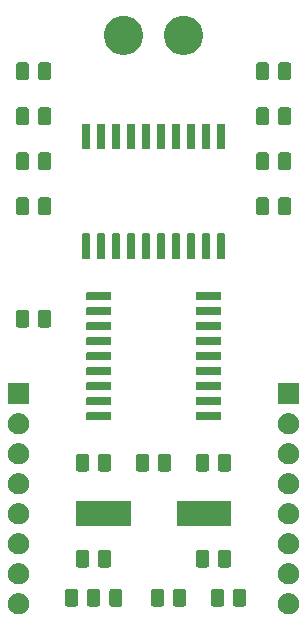
<source format=gbr>
G04 #@! TF.GenerationSoftware,KiCad,Pcbnew,(5.1.5)-3*
G04 #@! TF.CreationDate,2020-01-28T18:53:24+01:00*
G04 #@! TF.ProjectId,CAN SPI Isolated v2.0,43414e20-5350-4492-9049-736f6c617465,rev?*
G04 #@! TF.SameCoordinates,Original*
G04 #@! TF.FileFunction,Soldermask,Top*
G04 #@! TF.FilePolarity,Negative*
%FSLAX46Y46*%
G04 Gerber Fmt 4.6, Leading zero omitted, Abs format (unit mm)*
G04 Created by KiCad (PCBNEW (5.1.5)-3) date 2020-01-28 18:53:24*
%MOMM*%
%LPD*%
G04 APERTURE LIST*
%ADD10C,0.100000*%
G04 APERTURE END LIST*
D10*
G36*
X100443512Y-173093927D02*
G01*
X100592812Y-173123624D01*
X100756784Y-173191544D01*
X100904354Y-173290147D01*
X101029853Y-173415646D01*
X101128456Y-173563216D01*
X101196376Y-173727188D01*
X101231000Y-173901259D01*
X101231000Y-174078741D01*
X101196376Y-174252812D01*
X101128456Y-174416784D01*
X101029853Y-174564354D01*
X100904354Y-174689853D01*
X100756784Y-174788456D01*
X100592812Y-174856376D01*
X100443512Y-174886073D01*
X100418742Y-174891000D01*
X100241258Y-174891000D01*
X100216488Y-174886073D01*
X100067188Y-174856376D01*
X99903216Y-174788456D01*
X99755646Y-174689853D01*
X99630147Y-174564354D01*
X99531544Y-174416784D01*
X99463624Y-174252812D01*
X99429000Y-174078741D01*
X99429000Y-173901259D01*
X99463624Y-173727188D01*
X99531544Y-173563216D01*
X99630147Y-173415646D01*
X99755646Y-173290147D01*
X99903216Y-173191544D01*
X100067188Y-173123624D01*
X100216488Y-173093927D01*
X100241258Y-173089000D01*
X100418742Y-173089000D01*
X100443512Y-173093927D01*
G37*
G36*
X77583512Y-173093927D02*
G01*
X77732812Y-173123624D01*
X77896784Y-173191544D01*
X78044354Y-173290147D01*
X78169853Y-173415646D01*
X78268456Y-173563216D01*
X78336376Y-173727188D01*
X78371000Y-173901259D01*
X78371000Y-174078741D01*
X78336376Y-174252812D01*
X78268456Y-174416784D01*
X78169853Y-174564354D01*
X78044354Y-174689853D01*
X77896784Y-174788456D01*
X77732812Y-174856376D01*
X77583512Y-174886073D01*
X77558742Y-174891000D01*
X77381258Y-174891000D01*
X77356488Y-174886073D01*
X77207188Y-174856376D01*
X77043216Y-174788456D01*
X76895646Y-174689853D01*
X76770147Y-174564354D01*
X76671544Y-174416784D01*
X76603624Y-174252812D01*
X76569000Y-174078741D01*
X76569000Y-173901259D01*
X76603624Y-173727188D01*
X76671544Y-173563216D01*
X76770147Y-173415646D01*
X76895646Y-173290147D01*
X77043216Y-173191544D01*
X77207188Y-173123624D01*
X77356488Y-173093927D01*
X77381258Y-173089000D01*
X77558742Y-173089000D01*
X77583512Y-173093927D01*
G37*
G36*
X96559468Y-172735565D02*
G01*
X96598138Y-172747296D01*
X96633777Y-172766346D01*
X96665017Y-172791983D01*
X96690654Y-172823223D01*
X96709704Y-172858862D01*
X96721435Y-172897532D01*
X96726000Y-172943888D01*
X96726000Y-174020112D01*
X96721435Y-174066468D01*
X96709704Y-174105138D01*
X96690654Y-174140777D01*
X96665017Y-174172017D01*
X96633777Y-174197654D01*
X96598138Y-174216704D01*
X96559468Y-174228435D01*
X96513112Y-174233000D01*
X95861888Y-174233000D01*
X95815532Y-174228435D01*
X95776862Y-174216704D01*
X95741223Y-174197654D01*
X95709983Y-174172017D01*
X95684346Y-174140777D01*
X95665296Y-174105138D01*
X95653565Y-174066468D01*
X95649000Y-174020112D01*
X95649000Y-172943888D01*
X95653565Y-172897532D01*
X95665296Y-172858862D01*
X95684346Y-172823223D01*
X95709983Y-172791983D01*
X95741223Y-172766346D01*
X95776862Y-172747296D01*
X95815532Y-172735565D01*
X95861888Y-172731000D01*
X96513112Y-172731000D01*
X96559468Y-172735565D01*
G37*
G36*
X94684468Y-172735565D02*
G01*
X94723138Y-172747296D01*
X94758777Y-172766346D01*
X94790017Y-172791983D01*
X94815654Y-172823223D01*
X94834704Y-172858862D01*
X94846435Y-172897532D01*
X94851000Y-172943888D01*
X94851000Y-174020112D01*
X94846435Y-174066468D01*
X94834704Y-174105138D01*
X94815654Y-174140777D01*
X94790017Y-174172017D01*
X94758777Y-174197654D01*
X94723138Y-174216704D01*
X94684468Y-174228435D01*
X94638112Y-174233000D01*
X93986888Y-174233000D01*
X93940532Y-174228435D01*
X93901862Y-174216704D01*
X93866223Y-174197654D01*
X93834983Y-174172017D01*
X93809346Y-174140777D01*
X93790296Y-174105138D01*
X93778565Y-174066468D01*
X93774000Y-174020112D01*
X93774000Y-172943888D01*
X93778565Y-172897532D01*
X93790296Y-172858862D01*
X93809346Y-172823223D01*
X93834983Y-172791983D01*
X93866223Y-172766346D01*
X93901862Y-172747296D01*
X93940532Y-172735565D01*
X93986888Y-172731000D01*
X94638112Y-172731000D01*
X94684468Y-172735565D01*
G37*
G36*
X82325068Y-172735565D02*
G01*
X82363738Y-172747296D01*
X82399377Y-172766346D01*
X82430617Y-172791983D01*
X82456254Y-172823223D01*
X82475304Y-172858862D01*
X82487035Y-172897532D01*
X82491600Y-172943888D01*
X82491600Y-174020112D01*
X82487035Y-174066468D01*
X82475304Y-174105138D01*
X82456254Y-174140777D01*
X82430617Y-174172017D01*
X82399377Y-174197654D01*
X82363738Y-174216704D01*
X82325068Y-174228435D01*
X82278712Y-174233000D01*
X81627488Y-174233000D01*
X81581132Y-174228435D01*
X81542462Y-174216704D01*
X81506823Y-174197654D01*
X81475583Y-174172017D01*
X81449946Y-174140777D01*
X81430896Y-174105138D01*
X81419165Y-174066468D01*
X81414600Y-174020112D01*
X81414600Y-172943888D01*
X81419165Y-172897532D01*
X81430896Y-172858862D01*
X81449946Y-172823223D01*
X81475583Y-172791983D01*
X81506823Y-172766346D01*
X81542462Y-172747296D01*
X81581132Y-172735565D01*
X81627488Y-172731000D01*
X82278712Y-172731000D01*
X82325068Y-172735565D01*
G37*
G36*
X86066968Y-172735565D02*
G01*
X86105638Y-172747296D01*
X86141277Y-172766346D01*
X86172517Y-172791983D01*
X86198154Y-172823223D01*
X86217204Y-172858862D01*
X86228935Y-172897532D01*
X86233500Y-172943888D01*
X86233500Y-174020112D01*
X86228935Y-174066468D01*
X86217204Y-174105138D01*
X86198154Y-174140777D01*
X86172517Y-174172017D01*
X86141277Y-174197654D01*
X86105638Y-174216704D01*
X86066968Y-174228435D01*
X86020612Y-174233000D01*
X85369388Y-174233000D01*
X85323032Y-174228435D01*
X85284362Y-174216704D01*
X85248723Y-174197654D01*
X85217483Y-174172017D01*
X85191846Y-174140777D01*
X85172796Y-174105138D01*
X85161065Y-174066468D01*
X85156500Y-174020112D01*
X85156500Y-172943888D01*
X85161065Y-172897532D01*
X85172796Y-172858862D01*
X85191846Y-172823223D01*
X85217483Y-172791983D01*
X85248723Y-172766346D01*
X85284362Y-172747296D01*
X85323032Y-172735565D01*
X85369388Y-172731000D01*
X86020612Y-172731000D01*
X86066968Y-172735565D01*
G37*
G36*
X84191968Y-172735565D02*
G01*
X84230638Y-172747296D01*
X84266277Y-172766346D01*
X84297517Y-172791983D01*
X84323154Y-172823223D01*
X84342204Y-172858862D01*
X84353935Y-172897532D01*
X84358500Y-172943888D01*
X84358500Y-174020112D01*
X84353935Y-174066468D01*
X84342204Y-174105138D01*
X84323154Y-174140777D01*
X84297517Y-174172017D01*
X84266277Y-174197654D01*
X84230638Y-174216704D01*
X84191968Y-174228435D01*
X84145612Y-174233000D01*
X83494388Y-174233000D01*
X83448032Y-174228435D01*
X83409362Y-174216704D01*
X83373723Y-174197654D01*
X83342483Y-174172017D01*
X83316846Y-174140777D01*
X83297796Y-174105138D01*
X83286065Y-174066468D01*
X83281500Y-174020112D01*
X83281500Y-172943888D01*
X83286065Y-172897532D01*
X83297796Y-172858862D01*
X83316846Y-172823223D01*
X83342483Y-172791983D01*
X83373723Y-172766346D01*
X83409362Y-172747296D01*
X83448032Y-172735565D01*
X83494388Y-172731000D01*
X84145612Y-172731000D01*
X84191968Y-172735565D01*
G37*
G36*
X91479468Y-172735565D02*
G01*
X91518138Y-172747296D01*
X91553777Y-172766346D01*
X91585017Y-172791983D01*
X91610654Y-172823223D01*
X91629704Y-172858862D01*
X91641435Y-172897532D01*
X91646000Y-172943888D01*
X91646000Y-174020112D01*
X91641435Y-174066468D01*
X91629704Y-174105138D01*
X91610654Y-174140777D01*
X91585017Y-174172017D01*
X91553777Y-174197654D01*
X91518138Y-174216704D01*
X91479468Y-174228435D01*
X91433112Y-174233000D01*
X90781888Y-174233000D01*
X90735532Y-174228435D01*
X90696862Y-174216704D01*
X90661223Y-174197654D01*
X90629983Y-174172017D01*
X90604346Y-174140777D01*
X90585296Y-174105138D01*
X90573565Y-174066468D01*
X90569000Y-174020112D01*
X90569000Y-172943888D01*
X90573565Y-172897532D01*
X90585296Y-172858862D01*
X90604346Y-172823223D01*
X90629983Y-172791983D01*
X90661223Y-172766346D01*
X90696862Y-172747296D01*
X90735532Y-172735565D01*
X90781888Y-172731000D01*
X91433112Y-172731000D01*
X91479468Y-172735565D01*
G37*
G36*
X89604468Y-172735565D02*
G01*
X89643138Y-172747296D01*
X89678777Y-172766346D01*
X89710017Y-172791983D01*
X89735654Y-172823223D01*
X89754704Y-172858862D01*
X89766435Y-172897532D01*
X89771000Y-172943888D01*
X89771000Y-174020112D01*
X89766435Y-174066468D01*
X89754704Y-174105138D01*
X89735654Y-174140777D01*
X89710017Y-174172017D01*
X89678777Y-174197654D01*
X89643138Y-174216704D01*
X89604468Y-174228435D01*
X89558112Y-174233000D01*
X88906888Y-174233000D01*
X88860532Y-174228435D01*
X88821862Y-174216704D01*
X88786223Y-174197654D01*
X88754983Y-174172017D01*
X88729346Y-174140777D01*
X88710296Y-174105138D01*
X88698565Y-174066468D01*
X88694000Y-174020112D01*
X88694000Y-172943888D01*
X88698565Y-172897532D01*
X88710296Y-172858862D01*
X88729346Y-172823223D01*
X88754983Y-172791983D01*
X88786223Y-172766346D01*
X88821862Y-172747296D01*
X88860532Y-172735565D01*
X88906888Y-172731000D01*
X89558112Y-172731000D01*
X89604468Y-172735565D01*
G37*
G36*
X77583512Y-170553927D02*
G01*
X77732812Y-170583624D01*
X77896784Y-170651544D01*
X78044354Y-170750147D01*
X78169853Y-170875646D01*
X78268456Y-171023216D01*
X78336376Y-171187188D01*
X78371000Y-171361259D01*
X78371000Y-171538741D01*
X78336376Y-171712812D01*
X78268456Y-171876784D01*
X78169853Y-172024354D01*
X78044354Y-172149853D01*
X77896784Y-172248456D01*
X77732812Y-172316376D01*
X77583512Y-172346073D01*
X77558742Y-172351000D01*
X77381258Y-172351000D01*
X77356488Y-172346073D01*
X77207188Y-172316376D01*
X77043216Y-172248456D01*
X76895646Y-172149853D01*
X76770147Y-172024354D01*
X76671544Y-171876784D01*
X76603624Y-171712812D01*
X76569000Y-171538741D01*
X76569000Y-171361259D01*
X76603624Y-171187188D01*
X76671544Y-171023216D01*
X76770147Y-170875646D01*
X76895646Y-170750147D01*
X77043216Y-170651544D01*
X77207188Y-170583624D01*
X77356488Y-170553927D01*
X77381258Y-170549000D01*
X77558742Y-170549000D01*
X77583512Y-170553927D01*
G37*
G36*
X100443512Y-170553927D02*
G01*
X100592812Y-170583624D01*
X100756784Y-170651544D01*
X100904354Y-170750147D01*
X101029853Y-170875646D01*
X101128456Y-171023216D01*
X101196376Y-171187188D01*
X101231000Y-171361259D01*
X101231000Y-171538741D01*
X101196376Y-171712812D01*
X101128456Y-171876784D01*
X101029853Y-172024354D01*
X100904354Y-172149853D01*
X100756784Y-172248456D01*
X100592812Y-172316376D01*
X100443512Y-172346073D01*
X100418742Y-172351000D01*
X100241258Y-172351000D01*
X100216488Y-172346073D01*
X100067188Y-172316376D01*
X99903216Y-172248456D01*
X99755646Y-172149853D01*
X99630147Y-172024354D01*
X99531544Y-171876784D01*
X99463624Y-171712812D01*
X99429000Y-171538741D01*
X99429000Y-171361259D01*
X99463624Y-171187188D01*
X99531544Y-171023216D01*
X99630147Y-170875646D01*
X99755646Y-170750147D01*
X99903216Y-170651544D01*
X100067188Y-170583624D01*
X100216488Y-170553927D01*
X100241258Y-170549000D01*
X100418742Y-170549000D01*
X100443512Y-170553927D01*
G37*
G36*
X95289468Y-169433565D02*
G01*
X95328138Y-169445296D01*
X95363777Y-169464346D01*
X95395017Y-169489983D01*
X95420654Y-169521223D01*
X95439704Y-169556862D01*
X95451435Y-169595532D01*
X95456000Y-169641888D01*
X95456000Y-170718112D01*
X95451435Y-170764468D01*
X95439704Y-170803138D01*
X95420654Y-170838777D01*
X95395017Y-170870017D01*
X95363777Y-170895654D01*
X95328138Y-170914704D01*
X95289468Y-170926435D01*
X95243112Y-170931000D01*
X94591888Y-170931000D01*
X94545532Y-170926435D01*
X94506862Y-170914704D01*
X94471223Y-170895654D01*
X94439983Y-170870017D01*
X94414346Y-170838777D01*
X94395296Y-170803138D01*
X94383565Y-170764468D01*
X94379000Y-170718112D01*
X94379000Y-169641888D01*
X94383565Y-169595532D01*
X94395296Y-169556862D01*
X94414346Y-169521223D01*
X94439983Y-169489983D01*
X94471223Y-169464346D01*
X94506862Y-169445296D01*
X94545532Y-169433565D01*
X94591888Y-169429000D01*
X95243112Y-169429000D01*
X95289468Y-169433565D01*
G37*
G36*
X93414468Y-169433565D02*
G01*
X93453138Y-169445296D01*
X93488777Y-169464346D01*
X93520017Y-169489983D01*
X93545654Y-169521223D01*
X93564704Y-169556862D01*
X93576435Y-169595532D01*
X93581000Y-169641888D01*
X93581000Y-170718112D01*
X93576435Y-170764468D01*
X93564704Y-170803138D01*
X93545654Y-170838777D01*
X93520017Y-170870017D01*
X93488777Y-170895654D01*
X93453138Y-170914704D01*
X93414468Y-170926435D01*
X93368112Y-170931000D01*
X92716888Y-170931000D01*
X92670532Y-170926435D01*
X92631862Y-170914704D01*
X92596223Y-170895654D01*
X92564983Y-170870017D01*
X92539346Y-170838777D01*
X92520296Y-170803138D01*
X92508565Y-170764468D01*
X92504000Y-170718112D01*
X92504000Y-169641888D01*
X92508565Y-169595532D01*
X92520296Y-169556862D01*
X92539346Y-169521223D01*
X92564983Y-169489983D01*
X92596223Y-169464346D01*
X92631862Y-169445296D01*
X92670532Y-169433565D01*
X92716888Y-169429000D01*
X93368112Y-169429000D01*
X93414468Y-169433565D01*
G37*
G36*
X83254468Y-169433565D02*
G01*
X83293138Y-169445296D01*
X83328777Y-169464346D01*
X83360017Y-169489983D01*
X83385654Y-169521223D01*
X83404704Y-169556862D01*
X83416435Y-169595532D01*
X83421000Y-169641888D01*
X83421000Y-170718112D01*
X83416435Y-170764468D01*
X83404704Y-170803138D01*
X83385654Y-170838777D01*
X83360017Y-170870017D01*
X83328777Y-170895654D01*
X83293138Y-170914704D01*
X83254468Y-170926435D01*
X83208112Y-170931000D01*
X82556888Y-170931000D01*
X82510532Y-170926435D01*
X82471862Y-170914704D01*
X82436223Y-170895654D01*
X82404983Y-170870017D01*
X82379346Y-170838777D01*
X82360296Y-170803138D01*
X82348565Y-170764468D01*
X82344000Y-170718112D01*
X82344000Y-169641888D01*
X82348565Y-169595532D01*
X82360296Y-169556862D01*
X82379346Y-169521223D01*
X82404983Y-169489983D01*
X82436223Y-169464346D01*
X82471862Y-169445296D01*
X82510532Y-169433565D01*
X82556888Y-169429000D01*
X83208112Y-169429000D01*
X83254468Y-169433565D01*
G37*
G36*
X85129468Y-169433565D02*
G01*
X85168138Y-169445296D01*
X85203777Y-169464346D01*
X85235017Y-169489983D01*
X85260654Y-169521223D01*
X85279704Y-169556862D01*
X85291435Y-169595532D01*
X85296000Y-169641888D01*
X85296000Y-170718112D01*
X85291435Y-170764468D01*
X85279704Y-170803138D01*
X85260654Y-170838777D01*
X85235017Y-170870017D01*
X85203777Y-170895654D01*
X85168138Y-170914704D01*
X85129468Y-170926435D01*
X85083112Y-170931000D01*
X84431888Y-170931000D01*
X84385532Y-170926435D01*
X84346862Y-170914704D01*
X84311223Y-170895654D01*
X84279983Y-170870017D01*
X84254346Y-170838777D01*
X84235296Y-170803138D01*
X84223565Y-170764468D01*
X84219000Y-170718112D01*
X84219000Y-169641888D01*
X84223565Y-169595532D01*
X84235296Y-169556862D01*
X84254346Y-169521223D01*
X84279983Y-169489983D01*
X84311223Y-169464346D01*
X84346862Y-169445296D01*
X84385532Y-169433565D01*
X84431888Y-169429000D01*
X85083112Y-169429000D01*
X85129468Y-169433565D01*
G37*
G36*
X100443512Y-168013927D02*
G01*
X100592812Y-168043624D01*
X100756784Y-168111544D01*
X100904354Y-168210147D01*
X101029853Y-168335646D01*
X101128456Y-168483216D01*
X101196376Y-168647188D01*
X101231000Y-168821259D01*
X101231000Y-168998741D01*
X101196376Y-169172812D01*
X101128456Y-169336784D01*
X101029853Y-169484354D01*
X100904354Y-169609853D01*
X100756784Y-169708456D01*
X100592812Y-169776376D01*
X100443512Y-169806073D01*
X100418742Y-169811000D01*
X100241258Y-169811000D01*
X100216488Y-169806073D01*
X100067188Y-169776376D01*
X99903216Y-169708456D01*
X99755646Y-169609853D01*
X99630147Y-169484354D01*
X99531544Y-169336784D01*
X99463624Y-169172812D01*
X99429000Y-168998741D01*
X99429000Y-168821259D01*
X99463624Y-168647188D01*
X99531544Y-168483216D01*
X99630147Y-168335646D01*
X99755646Y-168210147D01*
X99903216Y-168111544D01*
X100067188Y-168043624D01*
X100216488Y-168013927D01*
X100241258Y-168009000D01*
X100418742Y-168009000D01*
X100443512Y-168013927D01*
G37*
G36*
X77583512Y-168013927D02*
G01*
X77732812Y-168043624D01*
X77896784Y-168111544D01*
X78044354Y-168210147D01*
X78169853Y-168335646D01*
X78268456Y-168483216D01*
X78336376Y-168647188D01*
X78371000Y-168821259D01*
X78371000Y-168998741D01*
X78336376Y-169172812D01*
X78268456Y-169336784D01*
X78169853Y-169484354D01*
X78044354Y-169609853D01*
X77896784Y-169708456D01*
X77732812Y-169776376D01*
X77583512Y-169806073D01*
X77558742Y-169811000D01*
X77381258Y-169811000D01*
X77356488Y-169806073D01*
X77207188Y-169776376D01*
X77043216Y-169708456D01*
X76895646Y-169609853D01*
X76770147Y-169484354D01*
X76671544Y-169336784D01*
X76603624Y-169172812D01*
X76569000Y-168998741D01*
X76569000Y-168821259D01*
X76603624Y-168647188D01*
X76671544Y-168483216D01*
X76770147Y-168335646D01*
X76895646Y-168210147D01*
X77043216Y-168111544D01*
X77207188Y-168043624D01*
X77356488Y-168013927D01*
X77381258Y-168009000D01*
X77558742Y-168009000D01*
X77583512Y-168013927D01*
G37*
G36*
X86951000Y-167421000D02*
G01*
X82349000Y-167421000D01*
X82349000Y-165319000D01*
X86951000Y-165319000D01*
X86951000Y-167421000D01*
G37*
G36*
X95451000Y-167421000D02*
G01*
X90849000Y-167421000D01*
X90849000Y-165319000D01*
X95451000Y-165319000D01*
X95451000Y-167421000D01*
G37*
G36*
X100443512Y-165473927D02*
G01*
X100592812Y-165503624D01*
X100756784Y-165571544D01*
X100904354Y-165670147D01*
X101029853Y-165795646D01*
X101128456Y-165943216D01*
X101196376Y-166107188D01*
X101231000Y-166281259D01*
X101231000Y-166458741D01*
X101196376Y-166632812D01*
X101128456Y-166796784D01*
X101029853Y-166944354D01*
X100904354Y-167069853D01*
X100756784Y-167168456D01*
X100592812Y-167236376D01*
X100443512Y-167266073D01*
X100418742Y-167271000D01*
X100241258Y-167271000D01*
X100216488Y-167266073D01*
X100067188Y-167236376D01*
X99903216Y-167168456D01*
X99755646Y-167069853D01*
X99630147Y-166944354D01*
X99531544Y-166796784D01*
X99463624Y-166632812D01*
X99429000Y-166458741D01*
X99429000Y-166281259D01*
X99463624Y-166107188D01*
X99531544Y-165943216D01*
X99630147Y-165795646D01*
X99755646Y-165670147D01*
X99903216Y-165571544D01*
X100067188Y-165503624D01*
X100216488Y-165473927D01*
X100241258Y-165469000D01*
X100418742Y-165469000D01*
X100443512Y-165473927D01*
G37*
G36*
X77583512Y-165473927D02*
G01*
X77732812Y-165503624D01*
X77896784Y-165571544D01*
X78044354Y-165670147D01*
X78169853Y-165795646D01*
X78268456Y-165943216D01*
X78336376Y-166107188D01*
X78371000Y-166281259D01*
X78371000Y-166458741D01*
X78336376Y-166632812D01*
X78268456Y-166796784D01*
X78169853Y-166944354D01*
X78044354Y-167069853D01*
X77896784Y-167168456D01*
X77732812Y-167236376D01*
X77583512Y-167266073D01*
X77558742Y-167271000D01*
X77381258Y-167271000D01*
X77356488Y-167266073D01*
X77207188Y-167236376D01*
X77043216Y-167168456D01*
X76895646Y-167069853D01*
X76770147Y-166944354D01*
X76671544Y-166796784D01*
X76603624Y-166632812D01*
X76569000Y-166458741D01*
X76569000Y-166281259D01*
X76603624Y-166107188D01*
X76671544Y-165943216D01*
X76770147Y-165795646D01*
X76895646Y-165670147D01*
X77043216Y-165571544D01*
X77207188Y-165503624D01*
X77356488Y-165473927D01*
X77381258Y-165469000D01*
X77558742Y-165469000D01*
X77583512Y-165473927D01*
G37*
G36*
X100443512Y-162933927D02*
G01*
X100592812Y-162963624D01*
X100756784Y-163031544D01*
X100904354Y-163130147D01*
X101029853Y-163255646D01*
X101128456Y-163403216D01*
X101196376Y-163567188D01*
X101231000Y-163741259D01*
X101231000Y-163918741D01*
X101196376Y-164092812D01*
X101128456Y-164256784D01*
X101029853Y-164404354D01*
X100904354Y-164529853D01*
X100756784Y-164628456D01*
X100592812Y-164696376D01*
X100443512Y-164726073D01*
X100418742Y-164731000D01*
X100241258Y-164731000D01*
X100216488Y-164726073D01*
X100067188Y-164696376D01*
X99903216Y-164628456D01*
X99755646Y-164529853D01*
X99630147Y-164404354D01*
X99531544Y-164256784D01*
X99463624Y-164092812D01*
X99429000Y-163918741D01*
X99429000Y-163741259D01*
X99463624Y-163567188D01*
X99531544Y-163403216D01*
X99630147Y-163255646D01*
X99755646Y-163130147D01*
X99903216Y-163031544D01*
X100067188Y-162963624D01*
X100216488Y-162933927D01*
X100241258Y-162929000D01*
X100418742Y-162929000D01*
X100443512Y-162933927D01*
G37*
G36*
X77583512Y-162933927D02*
G01*
X77732812Y-162963624D01*
X77896784Y-163031544D01*
X78044354Y-163130147D01*
X78169853Y-163255646D01*
X78268456Y-163403216D01*
X78336376Y-163567188D01*
X78371000Y-163741259D01*
X78371000Y-163918741D01*
X78336376Y-164092812D01*
X78268456Y-164256784D01*
X78169853Y-164404354D01*
X78044354Y-164529853D01*
X77896784Y-164628456D01*
X77732812Y-164696376D01*
X77583512Y-164726073D01*
X77558742Y-164731000D01*
X77381258Y-164731000D01*
X77356488Y-164726073D01*
X77207188Y-164696376D01*
X77043216Y-164628456D01*
X76895646Y-164529853D01*
X76770147Y-164404354D01*
X76671544Y-164256784D01*
X76603624Y-164092812D01*
X76569000Y-163918741D01*
X76569000Y-163741259D01*
X76603624Y-163567188D01*
X76671544Y-163403216D01*
X76770147Y-163255646D01*
X76895646Y-163130147D01*
X77043216Y-163031544D01*
X77207188Y-162963624D01*
X77356488Y-162933927D01*
X77381258Y-162929000D01*
X77558742Y-162929000D01*
X77583512Y-162933927D01*
G37*
G36*
X93414468Y-161305565D02*
G01*
X93453138Y-161317296D01*
X93488777Y-161336346D01*
X93520017Y-161361983D01*
X93545654Y-161393223D01*
X93564704Y-161428862D01*
X93576435Y-161467532D01*
X93581000Y-161513888D01*
X93581000Y-162590112D01*
X93576435Y-162636468D01*
X93564704Y-162675138D01*
X93545654Y-162710777D01*
X93520017Y-162742017D01*
X93488777Y-162767654D01*
X93453138Y-162786704D01*
X93414468Y-162798435D01*
X93368112Y-162803000D01*
X92716888Y-162803000D01*
X92670532Y-162798435D01*
X92631862Y-162786704D01*
X92596223Y-162767654D01*
X92564983Y-162742017D01*
X92539346Y-162710777D01*
X92520296Y-162675138D01*
X92508565Y-162636468D01*
X92504000Y-162590112D01*
X92504000Y-161513888D01*
X92508565Y-161467532D01*
X92520296Y-161428862D01*
X92539346Y-161393223D01*
X92564983Y-161361983D01*
X92596223Y-161336346D01*
X92631862Y-161317296D01*
X92670532Y-161305565D01*
X92716888Y-161301000D01*
X93368112Y-161301000D01*
X93414468Y-161305565D01*
G37*
G36*
X83254468Y-161305565D02*
G01*
X83293138Y-161317296D01*
X83328777Y-161336346D01*
X83360017Y-161361983D01*
X83385654Y-161393223D01*
X83404704Y-161428862D01*
X83416435Y-161467532D01*
X83421000Y-161513888D01*
X83421000Y-162590112D01*
X83416435Y-162636468D01*
X83404704Y-162675138D01*
X83385654Y-162710777D01*
X83360017Y-162742017D01*
X83328777Y-162767654D01*
X83293138Y-162786704D01*
X83254468Y-162798435D01*
X83208112Y-162803000D01*
X82556888Y-162803000D01*
X82510532Y-162798435D01*
X82471862Y-162786704D01*
X82436223Y-162767654D01*
X82404983Y-162742017D01*
X82379346Y-162710777D01*
X82360296Y-162675138D01*
X82348565Y-162636468D01*
X82344000Y-162590112D01*
X82344000Y-161513888D01*
X82348565Y-161467532D01*
X82360296Y-161428862D01*
X82379346Y-161393223D01*
X82404983Y-161361983D01*
X82436223Y-161336346D01*
X82471862Y-161317296D01*
X82510532Y-161305565D01*
X82556888Y-161301000D01*
X83208112Y-161301000D01*
X83254468Y-161305565D01*
G37*
G36*
X85129468Y-161305565D02*
G01*
X85168138Y-161317296D01*
X85203777Y-161336346D01*
X85235017Y-161361983D01*
X85260654Y-161393223D01*
X85279704Y-161428862D01*
X85291435Y-161467532D01*
X85296000Y-161513888D01*
X85296000Y-162590112D01*
X85291435Y-162636468D01*
X85279704Y-162675138D01*
X85260654Y-162710777D01*
X85235017Y-162742017D01*
X85203777Y-162767654D01*
X85168138Y-162786704D01*
X85129468Y-162798435D01*
X85083112Y-162803000D01*
X84431888Y-162803000D01*
X84385532Y-162798435D01*
X84346862Y-162786704D01*
X84311223Y-162767654D01*
X84279983Y-162742017D01*
X84254346Y-162710777D01*
X84235296Y-162675138D01*
X84223565Y-162636468D01*
X84219000Y-162590112D01*
X84219000Y-161513888D01*
X84223565Y-161467532D01*
X84235296Y-161428862D01*
X84254346Y-161393223D01*
X84279983Y-161361983D01*
X84311223Y-161336346D01*
X84346862Y-161317296D01*
X84385532Y-161305565D01*
X84431888Y-161301000D01*
X85083112Y-161301000D01*
X85129468Y-161305565D01*
G37*
G36*
X95289468Y-161305565D02*
G01*
X95328138Y-161317296D01*
X95363777Y-161336346D01*
X95395017Y-161361983D01*
X95420654Y-161393223D01*
X95439704Y-161428862D01*
X95451435Y-161467532D01*
X95456000Y-161513888D01*
X95456000Y-162590112D01*
X95451435Y-162636468D01*
X95439704Y-162675138D01*
X95420654Y-162710777D01*
X95395017Y-162742017D01*
X95363777Y-162767654D01*
X95328138Y-162786704D01*
X95289468Y-162798435D01*
X95243112Y-162803000D01*
X94591888Y-162803000D01*
X94545532Y-162798435D01*
X94506862Y-162786704D01*
X94471223Y-162767654D01*
X94439983Y-162742017D01*
X94414346Y-162710777D01*
X94395296Y-162675138D01*
X94383565Y-162636468D01*
X94379000Y-162590112D01*
X94379000Y-161513888D01*
X94383565Y-161467532D01*
X94395296Y-161428862D01*
X94414346Y-161393223D01*
X94439983Y-161361983D01*
X94471223Y-161336346D01*
X94506862Y-161317296D01*
X94545532Y-161305565D01*
X94591888Y-161301000D01*
X95243112Y-161301000D01*
X95289468Y-161305565D01*
G37*
G36*
X90209468Y-161305565D02*
G01*
X90248138Y-161317296D01*
X90283777Y-161336346D01*
X90315017Y-161361983D01*
X90340654Y-161393223D01*
X90359704Y-161428862D01*
X90371435Y-161467532D01*
X90376000Y-161513888D01*
X90376000Y-162590112D01*
X90371435Y-162636468D01*
X90359704Y-162675138D01*
X90340654Y-162710777D01*
X90315017Y-162742017D01*
X90283777Y-162767654D01*
X90248138Y-162786704D01*
X90209468Y-162798435D01*
X90163112Y-162803000D01*
X89511888Y-162803000D01*
X89465532Y-162798435D01*
X89426862Y-162786704D01*
X89391223Y-162767654D01*
X89359983Y-162742017D01*
X89334346Y-162710777D01*
X89315296Y-162675138D01*
X89303565Y-162636468D01*
X89299000Y-162590112D01*
X89299000Y-161513888D01*
X89303565Y-161467532D01*
X89315296Y-161428862D01*
X89334346Y-161393223D01*
X89359983Y-161361983D01*
X89391223Y-161336346D01*
X89426862Y-161317296D01*
X89465532Y-161305565D01*
X89511888Y-161301000D01*
X90163112Y-161301000D01*
X90209468Y-161305565D01*
G37*
G36*
X88334468Y-161305565D02*
G01*
X88373138Y-161317296D01*
X88408777Y-161336346D01*
X88440017Y-161361983D01*
X88465654Y-161393223D01*
X88484704Y-161428862D01*
X88496435Y-161467532D01*
X88501000Y-161513888D01*
X88501000Y-162590112D01*
X88496435Y-162636468D01*
X88484704Y-162675138D01*
X88465654Y-162710777D01*
X88440017Y-162742017D01*
X88408777Y-162767654D01*
X88373138Y-162786704D01*
X88334468Y-162798435D01*
X88288112Y-162803000D01*
X87636888Y-162803000D01*
X87590532Y-162798435D01*
X87551862Y-162786704D01*
X87516223Y-162767654D01*
X87484983Y-162742017D01*
X87459346Y-162710777D01*
X87440296Y-162675138D01*
X87428565Y-162636468D01*
X87424000Y-162590112D01*
X87424000Y-161513888D01*
X87428565Y-161467532D01*
X87440296Y-161428862D01*
X87459346Y-161393223D01*
X87484983Y-161361983D01*
X87516223Y-161336346D01*
X87551862Y-161317296D01*
X87590532Y-161305565D01*
X87636888Y-161301000D01*
X88288112Y-161301000D01*
X88334468Y-161305565D01*
G37*
G36*
X100443512Y-160393927D02*
G01*
X100592812Y-160423624D01*
X100756784Y-160491544D01*
X100904354Y-160590147D01*
X101029853Y-160715646D01*
X101128456Y-160863216D01*
X101196376Y-161027188D01*
X101226073Y-161176488D01*
X101231000Y-161201258D01*
X101231000Y-161378742D01*
X101226073Y-161403512D01*
X101196376Y-161552812D01*
X101128456Y-161716784D01*
X101029853Y-161864354D01*
X100904354Y-161989853D01*
X100756784Y-162088456D01*
X100592812Y-162156376D01*
X100443512Y-162186073D01*
X100418742Y-162191000D01*
X100241258Y-162191000D01*
X100216488Y-162186073D01*
X100067188Y-162156376D01*
X99903216Y-162088456D01*
X99755646Y-161989853D01*
X99630147Y-161864354D01*
X99531544Y-161716784D01*
X99463624Y-161552812D01*
X99433927Y-161403512D01*
X99429000Y-161378742D01*
X99429000Y-161201258D01*
X99433927Y-161176488D01*
X99463624Y-161027188D01*
X99531544Y-160863216D01*
X99630147Y-160715646D01*
X99755646Y-160590147D01*
X99903216Y-160491544D01*
X100067188Y-160423624D01*
X100216488Y-160393927D01*
X100241258Y-160389000D01*
X100418742Y-160389000D01*
X100443512Y-160393927D01*
G37*
G36*
X77583512Y-160393927D02*
G01*
X77732812Y-160423624D01*
X77896784Y-160491544D01*
X78044354Y-160590147D01*
X78169853Y-160715646D01*
X78268456Y-160863216D01*
X78336376Y-161027188D01*
X78366073Y-161176488D01*
X78371000Y-161201258D01*
X78371000Y-161378742D01*
X78366073Y-161403512D01*
X78336376Y-161552812D01*
X78268456Y-161716784D01*
X78169853Y-161864354D01*
X78044354Y-161989853D01*
X77896784Y-162088456D01*
X77732812Y-162156376D01*
X77583512Y-162186073D01*
X77558742Y-162191000D01*
X77381258Y-162191000D01*
X77356488Y-162186073D01*
X77207188Y-162156376D01*
X77043216Y-162088456D01*
X76895646Y-161989853D01*
X76770147Y-161864354D01*
X76671544Y-161716784D01*
X76603624Y-161552812D01*
X76573927Y-161403512D01*
X76569000Y-161378742D01*
X76569000Y-161201258D01*
X76573927Y-161176488D01*
X76603624Y-161027188D01*
X76671544Y-160863216D01*
X76770147Y-160715646D01*
X76895646Y-160590147D01*
X77043216Y-160491544D01*
X77207188Y-160423624D01*
X77356488Y-160393927D01*
X77381258Y-160389000D01*
X77558742Y-160389000D01*
X77583512Y-160393927D01*
G37*
G36*
X100443512Y-157853927D02*
G01*
X100592812Y-157883624D01*
X100756784Y-157951544D01*
X100904354Y-158050147D01*
X101029853Y-158175646D01*
X101128456Y-158323216D01*
X101196376Y-158487188D01*
X101231000Y-158661259D01*
X101231000Y-158838741D01*
X101196376Y-159012812D01*
X101128456Y-159176784D01*
X101029853Y-159324354D01*
X100904354Y-159449853D01*
X100756784Y-159548456D01*
X100592812Y-159616376D01*
X100443512Y-159646073D01*
X100418742Y-159651000D01*
X100241258Y-159651000D01*
X100216488Y-159646073D01*
X100067188Y-159616376D01*
X99903216Y-159548456D01*
X99755646Y-159449853D01*
X99630147Y-159324354D01*
X99531544Y-159176784D01*
X99463624Y-159012812D01*
X99429000Y-158838741D01*
X99429000Y-158661259D01*
X99463624Y-158487188D01*
X99531544Y-158323216D01*
X99630147Y-158175646D01*
X99755646Y-158050147D01*
X99903216Y-157951544D01*
X100067188Y-157883624D01*
X100216488Y-157853927D01*
X100241258Y-157849000D01*
X100418742Y-157849000D01*
X100443512Y-157853927D01*
G37*
G36*
X77583512Y-157853927D02*
G01*
X77732812Y-157883624D01*
X77896784Y-157951544D01*
X78044354Y-158050147D01*
X78169853Y-158175646D01*
X78268456Y-158323216D01*
X78336376Y-158487188D01*
X78371000Y-158661259D01*
X78371000Y-158838741D01*
X78336376Y-159012812D01*
X78268456Y-159176784D01*
X78169853Y-159324354D01*
X78044354Y-159449853D01*
X77896784Y-159548456D01*
X77732812Y-159616376D01*
X77583512Y-159646073D01*
X77558742Y-159651000D01*
X77381258Y-159651000D01*
X77356488Y-159646073D01*
X77207188Y-159616376D01*
X77043216Y-159548456D01*
X76895646Y-159449853D01*
X76770147Y-159324354D01*
X76671544Y-159176784D01*
X76603624Y-159012812D01*
X76569000Y-158838741D01*
X76569000Y-158661259D01*
X76603624Y-158487188D01*
X76671544Y-158323216D01*
X76770147Y-158175646D01*
X76895646Y-158050147D01*
X77043216Y-157951544D01*
X77207188Y-157883624D01*
X77356488Y-157853927D01*
X77381258Y-157849000D01*
X77558742Y-157849000D01*
X77583512Y-157853927D01*
G37*
G36*
X85234928Y-157766764D02*
G01*
X85256009Y-157773160D01*
X85275445Y-157783548D01*
X85292476Y-157797524D01*
X85306452Y-157814555D01*
X85316840Y-157833991D01*
X85323236Y-157855072D01*
X85326000Y-157883140D01*
X85326000Y-158346860D01*
X85323236Y-158374928D01*
X85316840Y-158396009D01*
X85306452Y-158415445D01*
X85292476Y-158432476D01*
X85275445Y-158446452D01*
X85256009Y-158456840D01*
X85234928Y-158463236D01*
X85206860Y-158466000D01*
X83293140Y-158466000D01*
X83265072Y-158463236D01*
X83243991Y-158456840D01*
X83224555Y-158446452D01*
X83207524Y-158432476D01*
X83193548Y-158415445D01*
X83183160Y-158396009D01*
X83176764Y-158374928D01*
X83174000Y-158346860D01*
X83174000Y-157883140D01*
X83176764Y-157855072D01*
X83183160Y-157833991D01*
X83193548Y-157814555D01*
X83207524Y-157797524D01*
X83224555Y-157783548D01*
X83243991Y-157773160D01*
X83265072Y-157766764D01*
X83293140Y-157764000D01*
X85206860Y-157764000D01*
X85234928Y-157766764D01*
G37*
G36*
X94534928Y-157766764D02*
G01*
X94556009Y-157773160D01*
X94575445Y-157783548D01*
X94592476Y-157797524D01*
X94606452Y-157814555D01*
X94616840Y-157833991D01*
X94623236Y-157855072D01*
X94626000Y-157883140D01*
X94626000Y-158346860D01*
X94623236Y-158374928D01*
X94616840Y-158396009D01*
X94606452Y-158415445D01*
X94592476Y-158432476D01*
X94575445Y-158446452D01*
X94556009Y-158456840D01*
X94534928Y-158463236D01*
X94506860Y-158466000D01*
X92593140Y-158466000D01*
X92565072Y-158463236D01*
X92543991Y-158456840D01*
X92524555Y-158446452D01*
X92507524Y-158432476D01*
X92493548Y-158415445D01*
X92483160Y-158396009D01*
X92476764Y-158374928D01*
X92474000Y-158346860D01*
X92474000Y-157883140D01*
X92476764Y-157855072D01*
X92483160Y-157833991D01*
X92493548Y-157814555D01*
X92507524Y-157797524D01*
X92524555Y-157783548D01*
X92543991Y-157773160D01*
X92565072Y-157766764D01*
X92593140Y-157764000D01*
X94506860Y-157764000D01*
X94534928Y-157766764D01*
G37*
G36*
X85234928Y-156496764D02*
G01*
X85256009Y-156503160D01*
X85275445Y-156513548D01*
X85292476Y-156527524D01*
X85306452Y-156544555D01*
X85316840Y-156563991D01*
X85323236Y-156585072D01*
X85326000Y-156613140D01*
X85326000Y-157076860D01*
X85323236Y-157104928D01*
X85316840Y-157126009D01*
X85306452Y-157145445D01*
X85292476Y-157162476D01*
X85275445Y-157176452D01*
X85256009Y-157186840D01*
X85234928Y-157193236D01*
X85206860Y-157196000D01*
X83293140Y-157196000D01*
X83265072Y-157193236D01*
X83243991Y-157186840D01*
X83224555Y-157176452D01*
X83207524Y-157162476D01*
X83193548Y-157145445D01*
X83183160Y-157126009D01*
X83176764Y-157104928D01*
X83174000Y-157076860D01*
X83174000Y-156613140D01*
X83176764Y-156585072D01*
X83183160Y-156563991D01*
X83193548Y-156544555D01*
X83207524Y-156527524D01*
X83224555Y-156513548D01*
X83243991Y-156503160D01*
X83265072Y-156496764D01*
X83293140Y-156494000D01*
X85206860Y-156494000D01*
X85234928Y-156496764D01*
G37*
G36*
X94534928Y-156496764D02*
G01*
X94556009Y-156503160D01*
X94575445Y-156513548D01*
X94592476Y-156527524D01*
X94606452Y-156544555D01*
X94616840Y-156563991D01*
X94623236Y-156585072D01*
X94626000Y-156613140D01*
X94626000Y-157076860D01*
X94623236Y-157104928D01*
X94616840Y-157126009D01*
X94606452Y-157145445D01*
X94592476Y-157162476D01*
X94575445Y-157176452D01*
X94556009Y-157186840D01*
X94534928Y-157193236D01*
X94506860Y-157196000D01*
X92593140Y-157196000D01*
X92565072Y-157193236D01*
X92543991Y-157186840D01*
X92524555Y-157176452D01*
X92507524Y-157162476D01*
X92493548Y-157145445D01*
X92483160Y-157126009D01*
X92476764Y-157104928D01*
X92474000Y-157076860D01*
X92474000Y-156613140D01*
X92476764Y-156585072D01*
X92483160Y-156563991D01*
X92493548Y-156544555D01*
X92507524Y-156527524D01*
X92524555Y-156513548D01*
X92543991Y-156503160D01*
X92565072Y-156496764D01*
X92593140Y-156494000D01*
X94506860Y-156494000D01*
X94534928Y-156496764D01*
G37*
G36*
X78371000Y-157111000D02*
G01*
X76569000Y-157111000D01*
X76569000Y-155309000D01*
X78371000Y-155309000D01*
X78371000Y-157111000D01*
G37*
G36*
X101231000Y-157111000D02*
G01*
X99429000Y-157111000D01*
X99429000Y-155309000D01*
X101231000Y-155309000D01*
X101231000Y-157111000D01*
G37*
G36*
X85234928Y-155226764D02*
G01*
X85256009Y-155233160D01*
X85275445Y-155243548D01*
X85292476Y-155257524D01*
X85306452Y-155274555D01*
X85316840Y-155293991D01*
X85323236Y-155315072D01*
X85326000Y-155343140D01*
X85326000Y-155806860D01*
X85323236Y-155834928D01*
X85316840Y-155856009D01*
X85306452Y-155875445D01*
X85292476Y-155892476D01*
X85275445Y-155906452D01*
X85256009Y-155916840D01*
X85234928Y-155923236D01*
X85206860Y-155926000D01*
X83293140Y-155926000D01*
X83265072Y-155923236D01*
X83243991Y-155916840D01*
X83224555Y-155906452D01*
X83207524Y-155892476D01*
X83193548Y-155875445D01*
X83183160Y-155856009D01*
X83176764Y-155834928D01*
X83174000Y-155806860D01*
X83174000Y-155343140D01*
X83176764Y-155315072D01*
X83183160Y-155293991D01*
X83193548Y-155274555D01*
X83207524Y-155257524D01*
X83224555Y-155243548D01*
X83243991Y-155233160D01*
X83265072Y-155226764D01*
X83293140Y-155224000D01*
X85206860Y-155224000D01*
X85234928Y-155226764D01*
G37*
G36*
X94534928Y-155226764D02*
G01*
X94556009Y-155233160D01*
X94575445Y-155243548D01*
X94592476Y-155257524D01*
X94606452Y-155274555D01*
X94616840Y-155293991D01*
X94623236Y-155315072D01*
X94626000Y-155343140D01*
X94626000Y-155806860D01*
X94623236Y-155834928D01*
X94616840Y-155856009D01*
X94606452Y-155875445D01*
X94592476Y-155892476D01*
X94575445Y-155906452D01*
X94556009Y-155916840D01*
X94534928Y-155923236D01*
X94506860Y-155926000D01*
X92593140Y-155926000D01*
X92565072Y-155923236D01*
X92543991Y-155916840D01*
X92524555Y-155906452D01*
X92507524Y-155892476D01*
X92493548Y-155875445D01*
X92483160Y-155856009D01*
X92476764Y-155834928D01*
X92474000Y-155806860D01*
X92474000Y-155343140D01*
X92476764Y-155315072D01*
X92483160Y-155293991D01*
X92493548Y-155274555D01*
X92507524Y-155257524D01*
X92524555Y-155243548D01*
X92543991Y-155233160D01*
X92565072Y-155226764D01*
X92593140Y-155224000D01*
X94506860Y-155224000D01*
X94534928Y-155226764D01*
G37*
G36*
X94534928Y-153956764D02*
G01*
X94556009Y-153963160D01*
X94575445Y-153973548D01*
X94592476Y-153987524D01*
X94606452Y-154004555D01*
X94616840Y-154023991D01*
X94623236Y-154045072D01*
X94626000Y-154073140D01*
X94626000Y-154536860D01*
X94623236Y-154564928D01*
X94616840Y-154586009D01*
X94606452Y-154605445D01*
X94592476Y-154622476D01*
X94575445Y-154636452D01*
X94556009Y-154646840D01*
X94534928Y-154653236D01*
X94506860Y-154656000D01*
X92593140Y-154656000D01*
X92565072Y-154653236D01*
X92543991Y-154646840D01*
X92524555Y-154636452D01*
X92507524Y-154622476D01*
X92493548Y-154605445D01*
X92483160Y-154586009D01*
X92476764Y-154564928D01*
X92474000Y-154536860D01*
X92474000Y-154073140D01*
X92476764Y-154045072D01*
X92483160Y-154023991D01*
X92493548Y-154004555D01*
X92507524Y-153987524D01*
X92524555Y-153973548D01*
X92543991Y-153963160D01*
X92565072Y-153956764D01*
X92593140Y-153954000D01*
X94506860Y-153954000D01*
X94534928Y-153956764D01*
G37*
G36*
X85234928Y-153956764D02*
G01*
X85256009Y-153963160D01*
X85275445Y-153973548D01*
X85292476Y-153987524D01*
X85306452Y-154004555D01*
X85316840Y-154023991D01*
X85323236Y-154045072D01*
X85326000Y-154073140D01*
X85326000Y-154536860D01*
X85323236Y-154564928D01*
X85316840Y-154586009D01*
X85306452Y-154605445D01*
X85292476Y-154622476D01*
X85275445Y-154636452D01*
X85256009Y-154646840D01*
X85234928Y-154653236D01*
X85206860Y-154656000D01*
X83293140Y-154656000D01*
X83265072Y-154653236D01*
X83243991Y-154646840D01*
X83224555Y-154636452D01*
X83207524Y-154622476D01*
X83193548Y-154605445D01*
X83183160Y-154586009D01*
X83176764Y-154564928D01*
X83174000Y-154536860D01*
X83174000Y-154073140D01*
X83176764Y-154045072D01*
X83183160Y-154023991D01*
X83193548Y-154004555D01*
X83207524Y-153987524D01*
X83224555Y-153973548D01*
X83243991Y-153963160D01*
X83265072Y-153956764D01*
X83293140Y-153954000D01*
X85206860Y-153954000D01*
X85234928Y-153956764D01*
G37*
G36*
X94534928Y-152686764D02*
G01*
X94556009Y-152693160D01*
X94575445Y-152703548D01*
X94592476Y-152717524D01*
X94606452Y-152734555D01*
X94616840Y-152753991D01*
X94623236Y-152775072D01*
X94626000Y-152803140D01*
X94626000Y-153266860D01*
X94623236Y-153294928D01*
X94616840Y-153316009D01*
X94606452Y-153335445D01*
X94592476Y-153352476D01*
X94575445Y-153366452D01*
X94556009Y-153376840D01*
X94534928Y-153383236D01*
X94506860Y-153386000D01*
X92593140Y-153386000D01*
X92565072Y-153383236D01*
X92543991Y-153376840D01*
X92524555Y-153366452D01*
X92507524Y-153352476D01*
X92493548Y-153335445D01*
X92483160Y-153316009D01*
X92476764Y-153294928D01*
X92474000Y-153266860D01*
X92474000Y-152803140D01*
X92476764Y-152775072D01*
X92483160Y-152753991D01*
X92493548Y-152734555D01*
X92507524Y-152717524D01*
X92524555Y-152703548D01*
X92543991Y-152693160D01*
X92565072Y-152686764D01*
X92593140Y-152684000D01*
X94506860Y-152684000D01*
X94534928Y-152686764D01*
G37*
G36*
X85234928Y-152686764D02*
G01*
X85256009Y-152693160D01*
X85275445Y-152703548D01*
X85292476Y-152717524D01*
X85306452Y-152734555D01*
X85316840Y-152753991D01*
X85323236Y-152775072D01*
X85326000Y-152803140D01*
X85326000Y-153266860D01*
X85323236Y-153294928D01*
X85316840Y-153316009D01*
X85306452Y-153335445D01*
X85292476Y-153352476D01*
X85275445Y-153366452D01*
X85256009Y-153376840D01*
X85234928Y-153383236D01*
X85206860Y-153386000D01*
X83293140Y-153386000D01*
X83265072Y-153383236D01*
X83243991Y-153376840D01*
X83224555Y-153366452D01*
X83207524Y-153352476D01*
X83193548Y-153335445D01*
X83183160Y-153316009D01*
X83176764Y-153294928D01*
X83174000Y-153266860D01*
X83174000Y-152803140D01*
X83176764Y-152775072D01*
X83183160Y-152753991D01*
X83193548Y-152734555D01*
X83207524Y-152717524D01*
X83224555Y-152703548D01*
X83243991Y-152693160D01*
X83265072Y-152686764D01*
X83293140Y-152684000D01*
X85206860Y-152684000D01*
X85234928Y-152686764D01*
G37*
G36*
X94534928Y-151416764D02*
G01*
X94556009Y-151423160D01*
X94575445Y-151433548D01*
X94592476Y-151447524D01*
X94606452Y-151464555D01*
X94616840Y-151483991D01*
X94623236Y-151505072D01*
X94626000Y-151533140D01*
X94626000Y-151996860D01*
X94623236Y-152024928D01*
X94616840Y-152046009D01*
X94606452Y-152065445D01*
X94592476Y-152082476D01*
X94575445Y-152096452D01*
X94556009Y-152106840D01*
X94534928Y-152113236D01*
X94506860Y-152116000D01*
X92593140Y-152116000D01*
X92565072Y-152113236D01*
X92543991Y-152106840D01*
X92524555Y-152096452D01*
X92507524Y-152082476D01*
X92493548Y-152065445D01*
X92483160Y-152046009D01*
X92476764Y-152024928D01*
X92474000Y-151996860D01*
X92474000Y-151533140D01*
X92476764Y-151505072D01*
X92483160Y-151483991D01*
X92493548Y-151464555D01*
X92507524Y-151447524D01*
X92524555Y-151433548D01*
X92543991Y-151423160D01*
X92565072Y-151416764D01*
X92593140Y-151414000D01*
X94506860Y-151414000D01*
X94534928Y-151416764D01*
G37*
G36*
X85234928Y-151416764D02*
G01*
X85256009Y-151423160D01*
X85275445Y-151433548D01*
X85292476Y-151447524D01*
X85306452Y-151464555D01*
X85316840Y-151483991D01*
X85323236Y-151505072D01*
X85326000Y-151533140D01*
X85326000Y-151996860D01*
X85323236Y-152024928D01*
X85316840Y-152046009D01*
X85306452Y-152065445D01*
X85292476Y-152082476D01*
X85275445Y-152096452D01*
X85256009Y-152106840D01*
X85234928Y-152113236D01*
X85206860Y-152116000D01*
X83293140Y-152116000D01*
X83265072Y-152113236D01*
X83243991Y-152106840D01*
X83224555Y-152096452D01*
X83207524Y-152082476D01*
X83193548Y-152065445D01*
X83183160Y-152046009D01*
X83176764Y-152024928D01*
X83174000Y-151996860D01*
X83174000Y-151533140D01*
X83176764Y-151505072D01*
X83183160Y-151483991D01*
X83193548Y-151464555D01*
X83207524Y-151447524D01*
X83224555Y-151433548D01*
X83243991Y-151423160D01*
X83265072Y-151416764D01*
X83293140Y-151414000D01*
X85206860Y-151414000D01*
X85234928Y-151416764D01*
G37*
G36*
X85234928Y-150146764D02*
G01*
X85256009Y-150153160D01*
X85275445Y-150163548D01*
X85292476Y-150177524D01*
X85306452Y-150194555D01*
X85316840Y-150213991D01*
X85323236Y-150235072D01*
X85326000Y-150263140D01*
X85326000Y-150726860D01*
X85323236Y-150754928D01*
X85316840Y-150776009D01*
X85306452Y-150795445D01*
X85292476Y-150812476D01*
X85275445Y-150826452D01*
X85256009Y-150836840D01*
X85234928Y-150843236D01*
X85206860Y-150846000D01*
X83293140Y-150846000D01*
X83265072Y-150843236D01*
X83243991Y-150836840D01*
X83224555Y-150826452D01*
X83207524Y-150812476D01*
X83193548Y-150795445D01*
X83183160Y-150776009D01*
X83176764Y-150754928D01*
X83174000Y-150726860D01*
X83174000Y-150263140D01*
X83176764Y-150235072D01*
X83183160Y-150213991D01*
X83193548Y-150194555D01*
X83207524Y-150177524D01*
X83224555Y-150163548D01*
X83243991Y-150153160D01*
X83265072Y-150146764D01*
X83293140Y-150144000D01*
X85206860Y-150144000D01*
X85234928Y-150146764D01*
G37*
G36*
X94534928Y-150146764D02*
G01*
X94556009Y-150153160D01*
X94575445Y-150163548D01*
X94592476Y-150177524D01*
X94606452Y-150194555D01*
X94616840Y-150213991D01*
X94623236Y-150235072D01*
X94626000Y-150263140D01*
X94626000Y-150726860D01*
X94623236Y-150754928D01*
X94616840Y-150776009D01*
X94606452Y-150795445D01*
X94592476Y-150812476D01*
X94575445Y-150826452D01*
X94556009Y-150836840D01*
X94534928Y-150843236D01*
X94506860Y-150846000D01*
X92593140Y-150846000D01*
X92565072Y-150843236D01*
X92543991Y-150836840D01*
X92524555Y-150826452D01*
X92507524Y-150812476D01*
X92493548Y-150795445D01*
X92483160Y-150776009D01*
X92476764Y-150754928D01*
X92474000Y-150726860D01*
X92474000Y-150263140D01*
X92476764Y-150235072D01*
X92483160Y-150213991D01*
X92493548Y-150194555D01*
X92507524Y-150177524D01*
X92524555Y-150163548D01*
X92543991Y-150153160D01*
X92565072Y-150146764D01*
X92593140Y-150144000D01*
X94506860Y-150144000D01*
X94534928Y-150146764D01*
G37*
G36*
X80049468Y-149113565D02*
G01*
X80088138Y-149125296D01*
X80123777Y-149144346D01*
X80155017Y-149169983D01*
X80180654Y-149201223D01*
X80199704Y-149236862D01*
X80211435Y-149275532D01*
X80216000Y-149321888D01*
X80216000Y-150398112D01*
X80211435Y-150444468D01*
X80199704Y-150483138D01*
X80180654Y-150518777D01*
X80155017Y-150550017D01*
X80123777Y-150575654D01*
X80088138Y-150594704D01*
X80049468Y-150606435D01*
X80003112Y-150611000D01*
X79351888Y-150611000D01*
X79305532Y-150606435D01*
X79266862Y-150594704D01*
X79231223Y-150575654D01*
X79199983Y-150550017D01*
X79174346Y-150518777D01*
X79155296Y-150483138D01*
X79143565Y-150444468D01*
X79139000Y-150398112D01*
X79139000Y-149321888D01*
X79143565Y-149275532D01*
X79155296Y-149236862D01*
X79174346Y-149201223D01*
X79199983Y-149169983D01*
X79231223Y-149144346D01*
X79266862Y-149125296D01*
X79305532Y-149113565D01*
X79351888Y-149109000D01*
X80003112Y-149109000D01*
X80049468Y-149113565D01*
G37*
G36*
X78174468Y-149113565D02*
G01*
X78213138Y-149125296D01*
X78248777Y-149144346D01*
X78280017Y-149169983D01*
X78305654Y-149201223D01*
X78324704Y-149236862D01*
X78336435Y-149275532D01*
X78341000Y-149321888D01*
X78341000Y-150398112D01*
X78336435Y-150444468D01*
X78324704Y-150483138D01*
X78305654Y-150518777D01*
X78280017Y-150550017D01*
X78248777Y-150575654D01*
X78213138Y-150594704D01*
X78174468Y-150606435D01*
X78128112Y-150611000D01*
X77476888Y-150611000D01*
X77430532Y-150606435D01*
X77391862Y-150594704D01*
X77356223Y-150575654D01*
X77324983Y-150550017D01*
X77299346Y-150518777D01*
X77280296Y-150483138D01*
X77268565Y-150444468D01*
X77264000Y-150398112D01*
X77264000Y-149321888D01*
X77268565Y-149275532D01*
X77280296Y-149236862D01*
X77299346Y-149201223D01*
X77324983Y-149169983D01*
X77356223Y-149144346D01*
X77391862Y-149125296D01*
X77430532Y-149113565D01*
X77476888Y-149109000D01*
X78128112Y-149109000D01*
X78174468Y-149113565D01*
G37*
G36*
X94534928Y-148876764D02*
G01*
X94556009Y-148883160D01*
X94575445Y-148893548D01*
X94592476Y-148907524D01*
X94606452Y-148924555D01*
X94616840Y-148943991D01*
X94623236Y-148965072D01*
X94626000Y-148993140D01*
X94626000Y-149456860D01*
X94623236Y-149484928D01*
X94616840Y-149506009D01*
X94606452Y-149525445D01*
X94592476Y-149542476D01*
X94575445Y-149556452D01*
X94556009Y-149566840D01*
X94534928Y-149573236D01*
X94506860Y-149576000D01*
X92593140Y-149576000D01*
X92565072Y-149573236D01*
X92543991Y-149566840D01*
X92524555Y-149556452D01*
X92507524Y-149542476D01*
X92493548Y-149525445D01*
X92483160Y-149506009D01*
X92476764Y-149484928D01*
X92474000Y-149456860D01*
X92474000Y-148993140D01*
X92476764Y-148965072D01*
X92483160Y-148943991D01*
X92493548Y-148924555D01*
X92507524Y-148907524D01*
X92524555Y-148893548D01*
X92543991Y-148883160D01*
X92565072Y-148876764D01*
X92593140Y-148874000D01*
X94506860Y-148874000D01*
X94534928Y-148876764D01*
G37*
G36*
X85234928Y-148876764D02*
G01*
X85256009Y-148883160D01*
X85275445Y-148893548D01*
X85292476Y-148907524D01*
X85306452Y-148924555D01*
X85316840Y-148943991D01*
X85323236Y-148965072D01*
X85326000Y-148993140D01*
X85326000Y-149456860D01*
X85323236Y-149484928D01*
X85316840Y-149506009D01*
X85306452Y-149525445D01*
X85292476Y-149542476D01*
X85275445Y-149556452D01*
X85256009Y-149566840D01*
X85234928Y-149573236D01*
X85206860Y-149576000D01*
X83293140Y-149576000D01*
X83265072Y-149573236D01*
X83243991Y-149566840D01*
X83224555Y-149556452D01*
X83207524Y-149542476D01*
X83193548Y-149525445D01*
X83183160Y-149506009D01*
X83176764Y-149484928D01*
X83174000Y-149456860D01*
X83174000Y-148993140D01*
X83176764Y-148965072D01*
X83183160Y-148943991D01*
X83193548Y-148924555D01*
X83207524Y-148907524D01*
X83224555Y-148893548D01*
X83243991Y-148883160D01*
X83265072Y-148876764D01*
X83293140Y-148874000D01*
X85206860Y-148874000D01*
X85234928Y-148876764D01*
G37*
G36*
X94534928Y-147606764D02*
G01*
X94556009Y-147613160D01*
X94575445Y-147623548D01*
X94592476Y-147637524D01*
X94606452Y-147654555D01*
X94616840Y-147673991D01*
X94623236Y-147695072D01*
X94626000Y-147723140D01*
X94626000Y-148186860D01*
X94623236Y-148214928D01*
X94616840Y-148236009D01*
X94606452Y-148255445D01*
X94592476Y-148272476D01*
X94575445Y-148286452D01*
X94556009Y-148296840D01*
X94534928Y-148303236D01*
X94506860Y-148306000D01*
X92593140Y-148306000D01*
X92565072Y-148303236D01*
X92543991Y-148296840D01*
X92524555Y-148286452D01*
X92507524Y-148272476D01*
X92493548Y-148255445D01*
X92483160Y-148236009D01*
X92476764Y-148214928D01*
X92474000Y-148186860D01*
X92474000Y-147723140D01*
X92476764Y-147695072D01*
X92483160Y-147673991D01*
X92493548Y-147654555D01*
X92507524Y-147637524D01*
X92524555Y-147623548D01*
X92543991Y-147613160D01*
X92565072Y-147606764D01*
X92593140Y-147604000D01*
X94506860Y-147604000D01*
X94534928Y-147606764D01*
G37*
G36*
X85234928Y-147606764D02*
G01*
X85256009Y-147613160D01*
X85275445Y-147623548D01*
X85292476Y-147637524D01*
X85306452Y-147654555D01*
X85316840Y-147673991D01*
X85323236Y-147695072D01*
X85326000Y-147723140D01*
X85326000Y-148186860D01*
X85323236Y-148214928D01*
X85316840Y-148236009D01*
X85306452Y-148255445D01*
X85292476Y-148272476D01*
X85275445Y-148286452D01*
X85256009Y-148296840D01*
X85234928Y-148303236D01*
X85206860Y-148306000D01*
X83293140Y-148306000D01*
X83265072Y-148303236D01*
X83243991Y-148296840D01*
X83224555Y-148286452D01*
X83207524Y-148272476D01*
X83193548Y-148255445D01*
X83183160Y-148236009D01*
X83176764Y-148214928D01*
X83174000Y-148186860D01*
X83174000Y-147723140D01*
X83176764Y-147695072D01*
X83183160Y-147673991D01*
X83193548Y-147654555D01*
X83207524Y-147637524D01*
X83224555Y-147623548D01*
X83243991Y-147613160D01*
X83265072Y-147606764D01*
X83293140Y-147604000D01*
X85206860Y-147604000D01*
X85234928Y-147606764D01*
G37*
G36*
X89794928Y-142641764D02*
G01*
X89816009Y-142648160D01*
X89835445Y-142658548D01*
X89852476Y-142672524D01*
X89866452Y-142689555D01*
X89876840Y-142708991D01*
X89883236Y-142730072D01*
X89886000Y-142758140D01*
X89886000Y-144671860D01*
X89883236Y-144699928D01*
X89876840Y-144721009D01*
X89866452Y-144740445D01*
X89852476Y-144757476D01*
X89835445Y-144771452D01*
X89816009Y-144781840D01*
X89794928Y-144788236D01*
X89766860Y-144791000D01*
X89303140Y-144791000D01*
X89275072Y-144788236D01*
X89253991Y-144781840D01*
X89234555Y-144771452D01*
X89217524Y-144757476D01*
X89203548Y-144740445D01*
X89193160Y-144721009D01*
X89186764Y-144699928D01*
X89184000Y-144671860D01*
X89184000Y-142758140D01*
X89186764Y-142730072D01*
X89193160Y-142708991D01*
X89203548Y-142689555D01*
X89217524Y-142672524D01*
X89234555Y-142658548D01*
X89253991Y-142648160D01*
X89275072Y-142641764D01*
X89303140Y-142639000D01*
X89766860Y-142639000D01*
X89794928Y-142641764D01*
G37*
G36*
X94874928Y-142641764D02*
G01*
X94896009Y-142648160D01*
X94915445Y-142658548D01*
X94932476Y-142672524D01*
X94946452Y-142689555D01*
X94956840Y-142708991D01*
X94963236Y-142730072D01*
X94966000Y-142758140D01*
X94966000Y-144671860D01*
X94963236Y-144699928D01*
X94956840Y-144721009D01*
X94946452Y-144740445D01*
X94932476Y-144757476D01*
X94915445Y-144771452D01*
X94896009Y-144781840D01*
X94874928Y-144788236D01*
X94846860Y-144791000D01*
X94383140Y-144791000D01*
X94355072Y-144788236D01*
X94333991Y-144781840D01*
X94314555Y-144771452D01*
X94297524Y-144757476D01*
X94283548Y-144740445D01*
X94273160Y-144721009D01*
X94266764Y-144699928D01*
X94264000Y-144671860D01*
X94264000Y-142758140D01*
X94266764Y-142730072D01*
X94273160Y-142708991D01*
X94283548Y-142689555D01*
X94297524Y-142672524D01*
X94314555Y-142658548D01*
X94333991Y-142648160D01*
X94355072Y-142641764D01*
X94383140Y-142639000D01*
X94846860Y-142639000D01*
X94874928Y-142641764D01*
G37*
G36*
X83444928Y-142641764D02*
G01*
X83466009Y-142648160D01*
X83485445Y-142658548D01*
X83502476Y-142672524D01*
X83516452Y-142689555D01*
X83526840Y-142708991D01*
X83533236Y-142730072D01*
X83536000Y-142758140D01*
X83536000Y-144671860D01*
X83533236Y-144699928D01*
X83526840Y-144721009D01*
X83516452Y-144740445D01*
X83502476Y-144757476D01*
X83485445Y-144771452D01*
X83466009Y-144781840D01*
X83444928Y-144788236D01*
X83416860Y-144791000D01*
X82953140Y-144791000D01*
X82925072Y-144788236D01*
X82903991Y-144781840D01*
X82884555Y-144771452D01*
X82867524Y-144757476D01*
X82853548Y-144740445D01*
X82843160Y-144721009D01*
X82836764Y-144699928D01*
X82834000Y-144671860D01*
X82834000Y-142758140D01*
X82836764Y-142730072D01*
X82843160Y-142708991D01*
X82853548Y-142689555D01*
X82867524Y-142672524D01*
X82884555Y-142658548D01*
X82903991Y-142648160D01*
X82925072Y-142641764D01*
X82953140Y-142639000D01*
X83416860Y-142639000D01*
X83444928Y-142641764D01*
G37*
G36*
X84714928Y-142641764D02*
G01*
X84736009Y-142648160D01*
X84755445Y-142658548D01*
X84772476Y-142672524D01*
X84786452Y-142689555D01*
X84796840Y-142708991D01*
X84803236Y-142730072D01*
X84806000Y-142758140D01*
X84806000Y-144671860D01*
X84803236Y-144699928D01*
X84796840Y-144721009D01*
X84786452Y-144740445D01*
X84772476Y-144757476D01*
X84755445Y-144771452D01*
X84736009Y-144781840D01*
X84714928Y-144788236D01*
X84686860Y-144791000D01*
X84223140Y-144791000D01*
X84195072Y-144788236D01*
X84173991Y-144781840D01*
X84154555Y-144771452D01*
X84137524Y-144757476D01*
X84123548Y-144740445D01*
X84113160Y-144721009D01*
X84106764Y-144699928D01*
X84104000Y-144671860D01*
X84104000Y-142758140D01*
X84106764Y-142730072D01*
X84113160Y-142708991D01*
X84123548Y-142689555D01*
X84137524Y-142672524D01*
X84154555Y-142658548D01*
X84173991Y-142648160D01*
X84195072Y-142641764D01*
X84223140Y-142639000D01*
X84686860Y-142639000D01*
X84714928Y-142641764D01*
G37*
G36*
X85984928Y-142641764D02*
G01*
X86006009Y-142648160D01*
X86025445Y-142658548D01*
X86042476Y-142672524D01*
X86056452Y-142689555D01*
X86066840Y-142708991D01*
X86073236Y-142730072D01*
X86076000Y-142758140D01*
X86076000Y-144671860D01*
X86073236Y-144699928D01*
X86066840Y-144721009D01*
X86056452Y-144740445D01*
X86042476Y-144757476D01*
X86025445Y-144771452D01*
X86006009Y-144781840D01*
X85984928Y-144788236D01*
X85956860Y-144791000D01*
X85493140Y-144791000D01*
X85465072Y-144788236D01*
X85443991Y-144781840D01*
X85424555Y-144771452D01*
X85407524Y-144757476D01*
X85393548Y-144740445D01*
X85383160Y-144721009D01*
X85376764Y-144699928D01*
X85374000Y-144671860D01*
X85374000Y-142758140D01*
X85376764Y-142730072D01*
X85383160Y-142708991D01*
X85393548Y-142689555D01*
X85407524Y-142672524D01*
X85424555Y-142658548D01*
X85443991Y-142648160D01*
X85465072Y-142641764D01*
X85493140Y-142639000D01*
X85956860Y-142639000D01*
X85984928Y-142641764D01*
G37*
G36*
X87254928Y-142641764D02*
G01*
X87276009Y-142648160D01*
X87295445Y-142658548D01*
X87312476Y-142672524D01*
X87326452Y-142689555D01*
X87336840Y-142708991D01*
X87343236Y-142730072D01*
X87346000Y-142758140D01*
X87346000Y-144671860D01*
X87343236Y-144699928D01*
X87336840Y-144721009D01*
X87326452Y-144740445D01*
X87312476Y-144757476D01*
X87295445Y-144771452D01*
X87276009Y-144781840D01*
X87254928Y-144788236D01*
X87226860Y-144791000D01*
X86763140Y-144791000D01*
X86735072Y-144788236D01*
X86713991Y-144781840D01*
X86694555Y-144771452D01*
X86677524Y-144757476D01*
X86663548Y-144740445D01*
X86653160Y-144721009D01*
X86646764Y-144699928D01*
X86644000Y-144671860D01*
X86644000Y-142758140D01*
X86646764Y-142730072D01*
X86653160Y-142708991D01*
X86663548Y-142689555D01*
X86677524Y-142672524D01*
X86694555Y-142658548D01*
X86713991Y-142648160D01*
X86735072Y-142641764D01*
X86763140Y-142639000D01*
X87226860Y-142639000D01*
X87254928Y-142641764D01*
G37*
G36*
X88524928Y-142641764D02*
G01*
X88546009Y-142648160D01*
X88565445Y-142658548D01*
X88582476Y-142672524D01*
X88596452Y-142689555D01*
X88606840Y-142708991D01*
X88613236Y-142730072D01*
X88616000Y-142758140D01*
X88616000Y-144671860D01*
X88613236Y-144699928D01*
X88606840Y-144721009D01*
X88596452Y-144740445D01*
X88582476Y-144757476D01*
X88565445Y-144771452D01*
X88546009Y-144781840D01*
X88524928Y-144788236D01*
X88496860Y-144791000D01*
X88033140Y-144791000D01*
X88005072Y-144788236D01*
X87983991Y-144781840D01*
X87964555Y-144771452D01*
X87947524Y-144757476D01*
X87933548Y-144740445D01*
X87923160Y-144721009D01*
X87916764Y-144699928D01*
X87914000Y-144671860D01*
X87914000Y-142758140D01*
X87916764Y-142730072D01*
X87923160Y-142708991D01*
X87933548Y-142689555D01*
X87947524Y-142672524D01*
X87964555Y-142658548D01*
X87983991Y-142648160D01*
X88005072Y-142641764D01*
X88033140Y-142639000D01*
X88496860Y-142639000D01*
X88524928Y-142641764D01*
G37*
G36*
X92334928Y-142641764D02*
G01*
X92356009Y-142648160D01*
X92375445Y-142658548D01*
X92392476Y-142672524D01*
X92406452Y-142689555D01*
X92416840Y-142708991D01*
X92423236Y-142730072D01*
X92426000Y-142758140D01*
X92426000Y-144671860D01*
X92423236Y-144699928D01*
X92416840Y-144721009D01*
X92406452Y-144740445D01*
X92392476Y-144757476D01*
X92375445Y-144771452D01*
X92356009Y-144781840D01*
X92334928Y-144788236D01*
X92306860Y-144791000D01*
X91843140Y-144791000D01*
X91815072Y-144788236D01*
X91793991Y-144781840D01*
X91774555Y-144771452D01*
X91757524Y-144757476D01*
X91743548Y-144740445D01*
X91733160Y-144721009D01*
X91726764Y-144699928D01*
X91724000Y-144671860D01*
X91724000Y-142758140D01*
X91726764Y-142730072D01*
X91733160Y-142708991D01*
X91743548Y-142689555D01*
X91757524Y-142672524D01*
X91774555Y-142658548D01*
X91793991Y-142648160D01*
X91815072Y-142641764D01*
X91843140Y-142639000D01*
X92306860Y-142639000D01*
X92334928Y-142641764D01*
G37*
G36*
X93604928Y-142641764D02*
G01*
X93626009Y-142648160D01*
X93645445Y-142658548D01*
X93662476Y-142672524D01*
X93676452Y-142689555D01*
X93686840Y-142708991D01*
X93693236Y-142730072D01*
X93696000Y-142758140D01*
X93696000Y-144671860D01*
X93693236Y-144699928D01*
X93686840Y-144721009D01*
X93676452Y-144740445D01*
X93662476Y-144757476D01*
X93645445Y-144771452D01*
X93626009Y-144781840D01*
X93604928Y-144788236D01*
X93576860Y-144791000D01*
X93113140Y-144791000D01*
X93085072Y-144788236D01*
X93063991Y-144781840D01*
X93044555Y-144771452D01*
X93027524Y-144757476D01*
X93013548Y-144740445D01*
X93003160Y-144721009D01*
X92996764Y-144699928D01*
X92994000Y-144671860D01*
X92994000Y-142758140D01*
X92996764Y-142730072D01*
X93003160Y-142708991D01*
X93013548Y-142689555D01*
X93027524Y-142672524D01*
X93044555Y-142658548D01*
X93063991Y-142648160D01*
X93085072Y-142641764D01*
X93113140Y-142639000D01*
X93576860Y-142639000D01*
X93604928Y-142641764D01*
G37*
G36*
X91064928Y-142641764D02*
G01*
X91086009Y-142648160D01*
X91105445Y-142658548D01*
X91122476Y-142672524D01*
X91136452Y-142689555D01*
X91146840Y-142708991D01*
X91153236Y-142730072D01*
X91156000Y-142758140D01*
X91156000Y-144671860D01*
X91153236Y-144699928D01*
X91146840Y-144721009D01*
X91136452Y-144740445D01*
X91122476Y-144757476D01*
X91105445Y-144771452D01*
X91086009Y-144781840D01*
X91064928Y-144788236D01*
X91036860Y-144791000D01*
X90573140Y-144791000D01*
X90545072Y-144788236D01*
X90523991Y-144781840D01*
X90504555Y-144771452D01*
X90487524Y-144757476D01*
X90473548Y-144740445D01*
X90463160Y-144721009D01*
X90456764Y-144699928D01*
X90454000Y-144671860D01*
X90454000Y-142758140D01*
X90456764Y-142730072D01*
X90463160Y-142708991D01*
X90473548Y-142689555D01*
X90487524Y-142672524D01*
X90504555Y-142658548D01*
X90523991Y-142648160D01*
X90545072Y-142641764D01*
X90573140Y-142639000D01*
X91036860Y-142639000D01*
X91064928Y-142641764D01*
G37*
G36*
X80049468Y-139588565D02*
G01*
X80088138Y-139600296D01*
X80123777Y-139619346D01*
X80155017Y-139644983D01*
X80180654Y-139676223D01*
X80199704Y-139711862D01*
X80211435Y-139750532D01*
X80216000Y-139796888D01*
X80216000Y-140873112D01*
X80211435Y-140919468D01*
X80199704Y-140958138D01*
X80180654Y-140993777D01*
X80155017Y-141025017D01*
X80123777Y-141050654D01*
X80088138Y-141069704D01*
X80049468Y-141081435D01*
X80003112Y-141086000D01*
X79351888Y-141086000D01*
X79305532Y-141081435D01*
X79266862Y-141069704D01*
X79231223Y-141050654D01*
X79199983Y-141025017D01*
X79174346Y-140993777D01*
X79155296Y-140958138D01*
X79143565Y-140919468D01*
X79139000Y-140873112D01*
X79139000Y-139796888D01*
X79143565Y-139750532D01*
X79155296Y-139711862D01*
X79174346Y-139676223D01*
X79199983Y-139644983D01*
X79231223Y-139619346D01*
X79266862Y-139600296D01*
X79305532Y-139588565D01*
X79351888Y-139584000D01*
X80003112Y-139584000D01*
X80049468Y-139588565D01*
G37*
G36*
X78174468Y-139588565D02*
G01*
X78213138Y-139600296D01*
X78248777Y-139619346D01*
X78280017Y-139644983D01*
X78305654Y-139676223D01*
X78324704Y-139711862D01*
X78336435Y-139750532D01*
X78341000Y-139796888D01*
X78341000Y-140873112D01*
X78336435Y-140919468D01*
X78324704Y-140958138D01*
X78305654Y-140993777D01*
X78280017Y-141025017D01*
X78248777Y-141050654D01*
X78213138Y-141069704D01*
X78174468Y-141081435D01*
X78128112Y-141086000D01*
X77476888Y-141086000D01*
X77430532Y-141081435D01*
X77391862Y-141069704D01*
X77356223Y-141050654D01*
X77324983Y-141025017D01*
X77299346Y-140993777D01*
X77280296Y-140958138D01*
X77268565Y-140919468D01*
X77264000Y-140873112D01*
X77264000Y-139796888D01*
X77268565Y-139750532D01*
X77280296Y-139711862D01*
X77299346Y-139676223D01*
X77324983Y-139644983D01*
X77356223Y-139619346D01*
X77391862Y-139600296D01*
X77430532Y-139588565D01*
X77476888Y-139584000D01*
X78128112Y-139584000D01*
X78174468Y-139588565D01*
G37*
G36*
X98494468Y-139588565D02*
G01*
X98533138Y-139600296D01*
X98568777Y-139619346D01*
X98600017Y-139644983D01*
X98625654Y-139676223D01*
X98644704Y-139711862D01*
X98656435Y-139750532D01*
X98661000Y-139796888D01*
X98661000Y-140873112D01*
X98656435Y-140919468D01*
X98644704Y-140958138D01*
X98625654Y-140993777D01*
X98600017Y-141025017D01*
X98568777Y-141050654D01*
X98533138Y-141069704D01*
X98494468Y-141081435D01*
X98448112Y-141086000D01*
X97796888Y-141086000D01*
X97750532Y-141081435D01*
X97711862Y-141069704D01*
X97676223Y-141050654D01*
X97644983Y-141025017D01*
X97619346Y-140993777D01*
X97600296Y-140958138D01*
X97588565Y-140919468D01*
X97584000Y-140873112D01*
X97584000Y-139796888D01*
X97588565Y-139750532D01*
X97600296Y-139711862D01*
X97619346Y-139676223D01*
X97644983Y-139644983D01*
X97676223Y-139619346D01*
X97711862Y-139600296D01*
X97750532Y-139588565D01*
X97796888Y-139584000D01*
X98448112Y-139584000D01*
X98494468Y-139588565D01*
G37*
G36*
X100369468Y-139588565D02*
G01*
X100408138Y-139600296D01*
X100443777Y-139619346D01*
X100475017Y-139644983D01*
X100500654Y-139676223D01*
X100519704Y-139711862D01*
X100531435Y-139750532D01*
X100536000Y-139796888D01*
X100536000Y-140873112D01*
X100531435Y-140919468D01*
X100519704Y-140958138D01*
X100500654Y-140993777D01*
X100475017Y-141025017D01*
X100443777Y-141050654D01*
X100408138Y-141069704D01*
X100369468Y-141081435D01*
X100323112Y-141086000D01*
X99671888Y-141086000D01*
X99625532Y-141081435D01*
X99586862Y-141069704D01*
X99551223Y-141050654D01*
X99519983Y-141025017D01*
X99494346Y-140993777D01*
X99475296Y-140958138D01*
X99463565Y-140919468D01*
X99459000Y-140873112D01*
X99459000Y-139796888D01*
X99463565Y-139750532D01*
X99475296Y-139711862D01*
X99494346Y-139676223D01*
X99519983Y-139644983D01*
X99551223Y-139619346D01*
X99586862Y-139600296D01*
X99625532Y-139588565D01*
X99671888Y-139584000D01*
X100323112Y-139584000D01*
X100369468Y-139588565D01*
G37*
G36*
X100369468Y-135778565D02*
G01*
X100408138Y-135790296D01*
X100443777Y-135809346D01*
X100475017Y-135834983D01*
X100500654Y-135866223D01*
X100519704Y-135901862D01*
X100531435Y-135940532D01*
X100536000Y-135986888D01*
X100536000Y-137063112D01*
X100531435Y-137109468D01*
X100519704Y-137148138D01*
X100500654Y-137183777D01*
X100475017Y-137215017D01*
X100443777Y-137240654D01*
X100408138Y-137259704D01*
X100369468Y-137271435D01*
X100323112Y-137276000D01*
X99671888Y-137276000D01*
X99625532Y-137271435D01*
X99586862Y-137259704D01*
X99551223Y-137240654D01*
X99519983Y-137215017D01*
X99494346Y-137183777D01*
X99475296Y-137148138D01*
X99463565Y-137109468D01*
X99459000Y-137063112D01*
X99459000Y-135986888D01*
X99463565Y-135940532D01*
X99475296Y-135901862D01*
X99494346Y-135866223D01*
X99519983Y-135834983D01*
X99551223Y-135809346D01*
X99586862Y-135790296D01*
X99625532Y-135778565D01*
X99671888Y-135774000D01*
X100323112Y-135774000D01*
X100369468Y-135778565D01*
G37*
G36*
X98494468Y-135778565D02*
G01*
X98533138Y-135790296D01*
X98568777Y-135809346D01*
X98600017Y-135834983D01*
X98625654Y-135866223D01*
X98644704Y-135901862D01*
X98656435Y-135940532D01*
X98661000Y-135986888D01*
X98661000Y-137063112D01*
X98656435Y-137109468D01*
X98644704Y-137148138D01*
X98625654Y-137183777D01*
X98600017Y-137215017D01*
X98568777Y-137240654D01*
X98533138Y-137259704D01*
X98494468Y-137271435D01*
X98448112Y-137276000D01*
X97796888Y-137276000D01*
X97750532Y-137271435D01*
X97711862Y-137259704D01*
X97676223Y-137240654D01*
X97644983Y-137215017D01*
X97619346Y-137183777D01*
X97600296Y-137148138D01*
X97588565Y-137109468D01*
X97584000Y-137063112D01*
X97584000Y-135986888D01*
X97588565Y-135940532D01*
X97600296Y-135901862D01*
X97619346Y-135866223D01*
X97644983Y-135834983D01*
X97676223Y-135809346D01*
X97711862Y-135790296D01*
X97750532Y-135778565D01*
X97796888Y-135774000D01*
X98448112Y-135774000D01*
X98494468Y-135778565D01*
G37*
G36*
X78174468Y-135778565D02*
G01*
X78213138Y-135790296D01*
X78248777Y-135809346D01*
X78280017Y-135834983D01*
X78305654Y-135866223D01*
X78324704Y-135901862D01*
X78336435Y-135940532D01*
X78341000Y-135986888D01*
X78341000Y-137063112D01*
X78336435Y-137109468D01*
X78324704Y-137148138D01*
X78305654Y-137183777D01*
X78280017Y-137215017D01*
X78248777Y-137240654D01*
X78213138Y-137259704D01*
X78174468Y-137271435D01*
X78128112Y-137276000D01*
X77476888Y-137276000D01*
X77430532Y-137271435D01*
X77391862Y-137259704D01*
X77356223Y-137240654D01*
X77324983Y-137215017D01*
X77299346Y-137183777D01*
X77280296Y-137148138D01*
X77268565Y-137109468D01*
X77264000Y-137063112D01*
X77264000Y-135986888D01*
X77268565Y-135940532D01*
X77280296Y-135901862D01*
X77299346Y-135866223D01*
X77324983Y-135834983D01*
X77356223Y-135809346D01*
X77391862Y-135790296D01*
X77430532Y-135778565D01*
X77476888Y-135774000D01*
X78128112Y-135774000D01*
X78174468Y-135778565D01*
G37*
G36*
X80049468Y-135778565D02*
G01*
X80088138Y-135790296D01*
X80123777Y-135809346D01*
X80155017Y-135834983D01*
X80180654Y-135866223D01*
X80199704Y-135901862D01*
X80211435Y-135940532D01*
X80216000Y-135986888D01*
X80216000Y-137063112D01*
X80211435Y-137109468D01*
X80199704Y-137148138D01*
X80180654Y-137183777D01*
X80155017Y-137215017D01*
X80123777Y-137240654D01*
X80088138Y-137259704D01*
X80049468Y-137271435D01*
X80003112Y-137276000D01*
X79351888Y-137276000D01*
X79305532Y-137271435D01*
X79266862Y-137259704D01*
X79231223Y-137240654D01*
X79199983Y-137215017D01*
X79174346Y-137183777D01*
X79155296Y-137148138D01*
X79143565Y-137109468D01*
X79139000Y-137063112D01*
X79139000Y-135986888D01*
X79143565Y-135940532D01*
X79155296Y-135901862D01*
X79174346Y-135866223D01*
X79199983Y-135834983D01*
X79231223Y-135809346D01*
X79266862Y-135790296D01*
X79305532Y-135778565D01*
X79351888Y-135774000D01*
X80003112Y-135774000D01*
X80049468Y-135778565D01*
G37*
G36*
X84714928Y-133341764D02*
G01*
X84736009Y-133348160D01*
X84755445Y-133358548D01*
X84772476Y-133372524D01*
X84786452Y-133389555D01*
X84796840Y-133408991D01*
X84803236Y-133430072D01*
X84806000Y-133458140D01*
X84806000Y-135371860D01*
X84803236Y-135399928D01*
X84796840Y-135421009D01*
X84786452Y-135440445D01*
X84772476Y-135457476D01*
X84755445Y-135471452D01*
X84736009Y-135481840D01*
X84714928Y-135488236D01*
X84686860Y-135491000D01*
X84223140Y-135491000D01*
X84195072Y-135488236D01*
X84173991Y-135481840D01*
X84154555Y-135471452D01*
X84137524Y-135457476D01*
X84123548Y-135440445D01*
X84113160Y-135421009D01*
X84106764Y-135399928D01*
X84104000Y-135371860D01*
X84104000Y-133458140D01*
X84106764Y-133430072D01*
X84113160Y-133408991D01*
X84123548Y-133389555D01*
X84137524Y-133372524D01*
X84154555Y-133358548D01*
X84173991Y-133348160D01*
X84195072Y-133341764D01*
X84223140Y-133339000D01*
X84686860Y-133339000D01*
X84714928Y-133341764D01*
G37*
G36*
X85984928Y-133341764D02*
G01*
X86006009Y-133348160D01*
X86025445Y-133358548D01*
X86042476Y-133372524D01*
X86056452Y-133389555D01*
X86066840Y-133408991D01*
X86073236Y-133430072D01*
X86076000Y-133458140D01*
X86076000Y-135371860D01*
X86073236Y-135399928D01*
X86066840Y-135421009D01*
X86056452Y-135440445D01*
X86042476Y-135457476D01*
X86025445Y-135471452D01*
X86006009Y-135481840D01*
X85984928Y-135488236D01*
X85956860Y-135491000D01*
X85493140Y-135491000D01*
X85465072Y-135488236D01*
X85443991Y-135481840D01*
X85424555Y-135471452D01*
X85407524Y-135457476D01*
X85393548Y-135440445D01*
X85383160Y-135421009D01*
X85376764Y-135399928D01*
X85374000Y-135371860D01*
X85374000Y-133458140D01*
X85376764Y-133430072D01*
X85383160Y-133408991D01*
X85393548Y-133389555D01*
X85407524Y-133372524D01*
X85424555Y-133358548D01*
X85443991Y-133348160D01*
X85465072Y-133341764D01*
X85493140Y-133339000D01*
X85956860Y-133339000D01*
X85984928Y-133341764D01*
G37*
G36*
X87254928Y-133341764D02*
G01*
X87276009Y-133348160D01*
X87295445Y-133358548D01*
X87312476Y-133372524D01*
X87326452Y-133389555D01*
X87336840Y-133408991D01*
X87343236Y-133430072D01*
X87346000Y-133458140D01*
X87346000Y-135371860D01*
X87343236Y-135399928D01*
X87336840Y-135421009D01*
X87326452Y-135440445D01*
X87312476Y-135457476D01*
X87295445Y-135471452D01*
X87276009Y-135481840D01*
X87254928Y-135488236D01*
X87226860Y-135491000D01*
X86763140Y-135491000D01*
X86735072Y-135488236D01*
X86713991Y-135481840D01*
X86694555Y-135471452D01*
X86677524Y-135457476D01*
X86663548Y-135440445D01*
X86653160Y-135421009D01*
X86646764Y-135399928D01*
X86644000Y-135371860D01*
X86644000Y-133458140D01*
X86646764Y-133430072D01*
X86653160Y-133408991D01*
X86663548Y-133389555D01*
X86677524Y-133372524D01*
X86694555Y-133358548D01*
X86713991Y-133348160D01*
X86735072Y-133341764D01*
X86763140Y-133339000D01*
X87226860Y-133339000D01*
X87254928Y-133341764D01*
G37*
G36*
X88524928Y-133341764D02*
G01*
X88546009Y-133348160D01*
X88565445Y-133358548D01*
X88582476Y-133372524D01*
X88596452Y-133389555D01*
X88606840Y-133408991D01*
X88613236Y-133430072D01*
X88616000Y-133458140D01*
X88616000Y-135371860D01*
X88613236Y-135399928D01*
X88606840Y-135421009D01*
X88596452Y-135440445D01*
X88582476Y-135457476D01*
X88565445Y-135471452D01*
X88546009Y-135481840D01*
X88524928Y-135488236D01*
X88496860Y-135491000D01*
X88033140Y-135491000D01*
X88005072Y-135488236D01*
X87983991Y-135481840D01*
X87964555Y-135471452D01*
X87947524Y-135457476D01*
X87933548Y-135440445D01*
X87923160Y-135421009D01*
X87916764Y-135399928D01*
X87914000Y-135371860D01*
X87914000Y-133458140D01*
X87916764Y-133430072D01*
X87923160Y-133408991D01*
X87933548Y-133389555D01*
X87947524Y-133372524D01*
X87964555Y-133358548D01*
X87983991Y-133348160D01*
X88005072Y-133341764D01*
X88033140Y-133339000D01*
X88496860Y-133339000D01*
X88524928Y-133341764D01*
G37*
G36*
X83444928Y-133341764D02*
G01*
X83466009Y-133348160D01*
X83485445Y-133358548D01*
X83502476Y-133372524D01*
X83516452Y-133389555D01*
X83526840Y-133408991D01*
X83533236Y-133430072D01*
X83536000Y-133458140D01*
X83536000Y-135371860D01*
X83533236Y-135399928D01*
X83526840Y-135421009D01*
X83516452Y-135440445D01*
X83502476Y-135457476D01*
X83485445Y-135471452D01*
X83466009Y-135481840D01*
X83444928Y-135488236D01*
X83416860Y-135491000D01*
X82953140Y-135491000D01*
X82925072Y-135488236D01*
X82903991Y-135481840D01*
X82884555Y-135471452D01*
X82867524Y-135457476D01*
X82853548Y-135440445D01*
X82843160Y-135421009D01*
X82836764Y-135399928D01*
X82834000Y-135371860D01*
X82834000Y-133458140D01*
X82836764Y-133430072D01*
X82843160Y-133408991D01*
X82853548Y-133389555D01*
X82867524Y-133372524D01*
X82884555Y-133358548D01*
X82903991Y-133348160D01*
X82925072Y-133341764D01*
X82953140Y-133339000D01*
X83416860Y-133339000D01*
X83444928Y-133341764D01*
G37*
G36*
X89794928Y-133341764D02*
G01*
X89816009Y-133348160D01*
X89835445Y-133358548D01*
X89852476Y-133372524D01*
X89866452Y-133389555D01*
X89876840Y-133408991D01*
X89883236Y-133430072D01*
X89886000Y-133458140D01*
X89886000Y-135371860D01*
X89883236Y-135399928D01*
X89876840Y-135421009D01*
X89866452Y-135440445D01*
X89852476Y-135457476D01*
X89835445Y-135471452D01*
X89816009Y-135481840D01*
X89794928Y-135488236D01*
X89766860Y-135491000D01*
X89303140Y-135491000D01*
X89275072Y-135488236D01*
X89253991Y-135481840D01*
X89234555Y-135471452D01*
X89217524Y-135457476D01*
X89203548Y-135440445D01*
X89193160Y-135421009D01*
X89186764Y-135399928D01*
X89184000Y-135371860D01*
X89184000Y-133458140D01*
X89186764Y-133430072D01*
X89193160Y-133408991D01*
X89203548Y-133389555D01*
X89217524Y-133372524D01*
X89234555Y-133358548D01*
X89253991Y-133348160D01*
X89275072Y-133341764D01*
X89303140Y-133339000D01*
X89766860Y-133339000D01*
X89794928Y-133341764D01*
G37*
G36*
X94874928Y-133341764D02*
G01*
X94896009Y-133348160D01*
X94915445Y-133358548D01*
X94932476Y-133372524D01*
X94946452Y-133389555D01*
X94956840Y-133408991D01*
X94963236Y-133430072D01*
X94966000Y-133458140D01*
X94966000Y-135371860D01*
X94963236Y-135399928D01*
X94956840Y-135421009D01*
X94946452Y-135440445D01*
X94932476Y-135457476D01*
X94915445Y-135471452D01*
X94896009Y-135481840D01*
X94874928Y-135488236D01*
X94846860Y-135491000D01*
X94383140Y-135491000D01*
X94355072Y-135488236D01*
X94333991Y-135481840D01*
X94314555Y-135471452D01*
X94297524Y-135457476D01*
X94283548Y-135440445D01*
X94273160Y-135421009D01*
X94266764Y-135399928D01*
X94264000Y-135371860D01*
X94264000Y-133458140D01*
X94266764Y-133430072D01*
X94273160Y-133408991D01*
X94283548Y-133389555D01*
X94297524Y-133372524D01*
X94314555Y-133358548D01*
X94333991Y-133348160D01*
X94355072Y-133341764D01*
X94383140Y-133339000D01*
X94846860Y-133339000D01*
X94874928Y-133341764D01*
G37*
G36*
X93604928Y-133341764D02*
G01*
X93626009Y-133348160D01*
X93645445Y-133358548D01*
X93662476Y-133372524D01*
X93676452Y-133389555D01*
X93686840Y-133408991D01*
X93693236Y-133430072D01*
X93696000Y-133458140D01*
X93696000Y-135371860D01*
X93693236Y-135399928D01*
X93686840Y-135421009D01*
X93676452Y-135440445D01*
X93662476Y-135457476D01*
X93645445Y-135471452D01*
X93626009Y-135481840D01*
X93604928Y-135488236D01*
X93576860Y-135491000D01*
X93113140Y-135491000D01*
X93085072Y-135488236D01*
X93063991Y-135481840D01*
X93044555Y-135471452D01*
X93027524Y-135457476D01*
X93013548Y-135440445D01*
X93003160Y-135421009D01*
X92996764Y-135399928D01*
X92994000Y-135371860D01*
X92994000Y-133458140D01*
X92996764Y-133430072D01*
X93003160Y-133408991D01*
X93013548Y-133389555D01*
X93027524Y-133372524D01*
X93044555Y-133358548D01*
X93063991Y-133348160D01*
X93085072Y-133341764D01*
X93113140Y-133339000D01*
X93576860Y-133339000D01*
X93604928Y-133341764D01*
G37*
G36*
X92334928Y-133341764D02*
G01*
X92356009Y-133348160D01*
X92375445Y-133358548D01*
X92392476Y-133372524D01*
X92406452Y-133389555D01*
X92416840Y-133408991D01*
X92423236Y-133430072D01*
X92426000Y-133458140D01*
X92426000Y-135371860D01*
X92423236Y-135399928D01*
X92416840Y-135421009D01*
X92406452Y-135440445D01*
X92392476Y-135457476D01*
X92375445Y-135471452D01*
X92356009Y-135481840D01*
X92334928Y-135488236D01*
X92306860Y-135491000D01*
X91843140Y-135491000D01*
X91815072Y-135488236D01*
X91793991Y-135481840D01*
X91774555Y-135471452D01*
X91757524Y-135457476D01*
X91743548Y-135440445D01*
X91733160Y-135421009D01*
X91726764Y-135399928D01*
X91724000Y-135371860D01*
X91724000Y-133458140D01*
X91726764Y-133430072D01*
X91733160Y-133408991D01*
X91743548Y-133389555D01*
X91757524Y-133372524D01*
X91774555Y-133358548D01*
X91793991Y-133348160D01*
X91815072Y-133341764D01*
X91843140Y-133339000D01*
X92306860Y-133339000D01*
X92334928Y-133341764D01*
G37*
G36*
X91064928Y-133341764D02*
G01*
X91086009Y-133348160D01*
X91105445Y-133358548D01*
X91122476Y-133372524D01*
X91136452Y-133389555D01*
X91146840Y-133408991D01*
X91153236Y-133430072D01*
X91156000Y-133458140D01*
X91156000Y-135371860D01*
X91153236Y-135399928D01*
X91146840Y-135421009D01*
X91136452Y-135440445D01*
X91122476Y-135457476D01*
X91105445Y-135471452D01*
X91086009Y-135481840D01*
X91064928Y-135488236D01*
X91036860Y-135491000D01*
X90573140Y-135491000D01*
X90545072Y-135488236D01*
X90523991Y-135481840D01*
X90504555Y-135471452D01*
X90487524Y-135457476D01*
X90473548Y-135440445D01*
X90463160Y-135421009D01*
X90456764Y-135399928D01*
X90454000Y-135371860D01*
X90454000Y-133458140D01*
X90456764Y-133430072D01*
X90463160Y-133408991D01*
X90473548Y-133389555D01*
X90487524Y-133372524D01*
X90504555Y-133358548D01*
X90523991Y-133348160D01*
X90545072Y-133341764D01*
X90573140Y-133339000D01*
X91036860Y-133339000D01*
X91064928Y-133341764D01*
G37*
G36*
X100369468Y-131968565D02*
G01*
X100408138Y-131980296D01*
X100443777Y-131999346D01*
X100475017Y-132024983D01*
X100500654Y-132056223D01*
X100519704Y-132091862D01*
X100531435Y-132130532D01*
X100536000Y-132176888D01*
X100536000Y-133253112D01*
X100531435Y-133299468D01*
X100519704Y-133338138D01*
X100500654Y-133373777D01*
X100475017Y-133405017D01*
X100443777Y-133430654D01*
X100408138Y-133449704D01*
X100369468Y-133461435D01*
X100323112Y-133466000D01*
X99671888Y-133466000D01*
X99625532Y-133461435D01*
X99586862Y-133449704D01*
X99551223Y-133430654D01*
X99519983Y-133405017D01*
X99494346Y-133373777D01*
X99475296Y-133338138D01*
X99463565Y-133299468D01*
X99459000Y-133253112D01*
X99459000Y-132176888D01*
X99463565Y-132130532D01*
X99475296Y-132091862D01*
X99494346Y-132056223D01*
X99519983Y-132024983D01*
X99551223Y-131999346D01*
X99586862Y-131980296D01*
X99625532Y-131968565D01*
X99671888Y-131964000D01*
X100323112Y-131964000D01*
X100369468Y-131968565D01*
G37*
G36*
X98494468Y-131968565D02*
G01*
X98533138Y-131980296D01*
X98568777Y-131999346D01*
X98600017Y-132024983D01*
X98625654Y-132056223D01*
X98644704Y-132091862D01*
X98656435Y-132130532D01*
X98661000Y-132176888D01*
X98661000Y-133253112D01*
X98656435Y-133299468D01*
X98644704Y-133338138D01*
X98625654Y-133373777D01*
X98600017Y-133405017D01*
X98568777Y-133430654D01*
X98533138Y-133449704D01*
X98494468Y-133461435D01*
X98448112Y-133466000D01*
X97796888Y-133466000D01*
X97750532Y-133461435D01*
X97711862Y-133449704D01*
X97676223Y-133430654D01*
X97644983Y-133405017D01*
X97619346Y-133373777D01*
X97600296Y-133338138D01*
X97588565Y-133299468D01*
X97584000Y-133253112D01*
X97584000Y-132176888D01*
X97588565Y-132130532D01*
X97600296Y-132091862D01*
X97619346Y-132056223D01*
X97644983Y-132024983D01*
X97676223Y-131999346D01*
X97711862Y-131980296D01*
X97750532Y-131968565D01*
X97796888Y-131964000D01*
X98448112Y-131964000D01*
X98494468Y-131968565D01*
G37*
G36*
X80049468Y-131968565D02*
G01*
X80088138Y-131980296D01*
X80123777Y-131999346D01*
X80155017Y-132024983D01*
X80180654Y-132056223D01*
X80199704Y-132091862D01*
X80211435Y-132130532D01*
X80216000Y-132176888D01*
X80216000Y-133253112D01*
X80211435Y-133299468D01*
X80199704Y-133338138D01*
X80180654Y-133373777D01*
X80155017Y-133405017D01*
X80123777Y-133430654D01*
X80088138Y-133449704D01*
X80049468Y-133461435D01*
X80003112Y-133466000D01*
X79351888Y-133466000D01*
X79305532Y-133461435D01*
X79266862Y-133449704D01*
X79231223Y-133430654D01*
X79199983Y-133405017D01*
X79174346Y-133373777D01*
X79155296Y-133338138D01*
X79143565Y-133299468D01*
X79139000Y-133253112D01*
X79139000Y-132176888D01*
X79143565Y-132130532D01*
X79155296Y-132091862D01*
X79174346Y-132056223D01*
X79199983Y-132024983D01*
X79231223Y-131999346D01*
X79266862Y-131980296D01*
X79305532Y-131968565D01*
X79351888Y-131964000D01*
X80003112Y-131964000D01*
X80049468Y-131968565D01*
G37*
G36*
X78174468Y-131968565D02*
G01*
X78213138Y-131980296D01*
X78248777Y-131999346D01*
X78280017Y-132024983D01*
X78305654Y-132056223D01*
X78324704Y-132091862D01*
X78336435Y-132130532D01*
X78341000Y-132176888D01*
X78341000Y-133253112D01*
X78336435Y-133299468D01*
X78324704Y-133338138D01*
X78305654Y-133373777D01*
X78280017Y-133405017D01*
X78248777Y-133430654D01*
X78213138Y-133449704D01*
X78174468Y-133461435D01*
X78128112Y-133466000D01*
X77476888Y-133466000D01*
X77430532Y-133461435D01*
X77391862Y-133449704D01*
X77356223Y-133430654D01*
X77324983Y-133405017D01*
X77299346Y-133373777D01*
X77280296Y-133338138D01*
X77268565Y-133299468D01*
X77264000Y-133253112D01*
X77264000Y-132176888D01*
X77268565Y-132130532D01*
X77280296Y-132091862D01*
X77299346Y-132056223D01*
X77324983Y-132024983D01*
X77356223Y-131999346D01*
X77391862Y-131980296D01*
X77430532Y-131968565D01*
X77476888Y-131964000D01*
X78128112Y-131964000D01*
X78174468Y-131968565D01*
G37*
G36*
X78174468Y-128158565D02*
G01*
X78213138Y-128170296D01*
X78248777Y-128189346D01*
X78280017Y-128214983D01*
X78305654Y-128246223D01*
X78324704Y-128281862D01*
X78336435Y-128320532D01*
X78341000Y-128366888D01*
X78341000Y-129443112D01*
X78336435Y-129489468D01*
X78324704Y-129528138D01*
X78305654Y-129563777D01*
X78280017Y-129595017D01*
X78248777Y-129620654D01*
X78213138Y-129639704D01*
X78174468Y-129651435D01*
X78128112Y-129656000D01*
X77476888Y-129656000D01*
X77430532Y-129651435D01*
X77391862Y-129639704D01*
X77356223Y-129620654D01*
X77324983Y-129595017D01*
X77299346Y-129563777D01*
X77280296Y-129528138D01*
X77268565Y-129489468D01*
X77264000Y-129443112D01*
X77264000Y-128366888D01*
X77268565Y-128320532D01*
X77280296Y-128281862D01*
X77299346Y-128246223D01*
X77324983Y-128214983D01*
X77356223Y-128189346D01*
X77391862Y-128170296D01*
X77430532Y-128158565D01*
X77476888Y-128154000D01*
X78128112Y-128154000D01*
X78174468Y-128158565D01*
G37*
G36*
X98494468Y-128158565D02*
G01*
X98533138Y-128170296D01*
X98568777Y-128189346D01*
X98600017Y-128214983D01*
X98625654Y-128246223D01*
X98644704Y-128281862D01*
X98656435Y-128320532D01*
X98661000Y-128366888D01*
X98661000Y-129443112D01*
X98656435Y-129489468D01*
X98644704Y-129528138D01*
X98625654Y-129563777D01*
X98600017Y-129595017D01*
X98568777Y-129620654D01*
X98533138Y-129639704D01*
X98494468Y-129651435D01*
X98448112Y-129656000D01*
X97796888Y-129656000D01*
X97750532Y-129651435D01*
X97711862Y-129639704D01*
X97676223Y-129620654D01*
X97644983Y-129595017D01*
X97619346Y-129563777D01*
X97600296Y-129528138D01*
X97588565Y-129489468D01*
X97584000Y-129443112D01*
X97584000Y-128366888D01*
X97588565Y-128320532D01*
X97600296Y-128281862D01*
X97619346Y-128246223D01*
X97644983Y-128214983D01*
X97676223Y-128189346D01*
X97711862Y-128170296D01*
X97750532Y-128158565D01*
X97796888Y-128154000D01*
X98448112Y-128154000D01*
X98494468Y-128158565D01*
G37*
G36*
X100369468Y-128158565D02*
G01*
X100408138Y-128170296D01*
X100443777Y-128189346D01*
X100475017Y-128214983D01*
X100500654Y-128246223D01*
X100519704Y-128281862D01*
X100531435Y-128320532D01*
X100536000Y-128366888D01*
X100536000Y-129443112D01*
X100531435Y-129489468D01*
X100519704Y-129528138D01*
X100500654Y-129563777D01*
X100475017Y-129595017D01*
X100443777Y-129620654D01*
X100408138Y-129639704D01*
X100369468Y-129651435D01*
X100323112Y-129656000D01*
X99671888Y-129656000D01*
X99625532Y-129651435D01*
X99586862Y-129639704D01*
X99551223Y-129620654D01*
X99519983Y-129595017D01*
X99494346Y-129563777D01*
X99475296Y-129528138D01*
X99463565Y-129489468D01*
X99459000Y-129443112D01*
X99459000Y-128366888D01*
X99463565Y-128320532D01*
X99475296Y-128281862D01*
X99494346Y-128246223D01*
X99519983Y-128214983D01*
X99551223Y-128189346D01*
X99586862Y-128170296D01*
X99625532Y-128158565D01*
X99671888Y-128154000D01*
X100323112Y-128154000D01*
X100369468Y-128158565D01*
G37*
G36*
X80049468Y-128158565D02*
G01*
X80088138Y-128170296D01*
X80123777Y-128189346D01*
X80155017Y-128214983D01*
X80180654Y-128246223D01*
X80199704Y-128281862D01*
X80211435Y-128320532D01*
X80216000Y-128366888D01*
X80216000Y-129443112D01*
X80211435Y-129489468D01*
X80199704Y-129528138D01*
X80180654Y-129563777D01*
X80155017Y-129595017D01*
X80123777Y-129620654D01*
X80088138Y-129639704D01*
X80049468Y-129651435D01*
X80003112Y-129656000D01*
X79351888Y-129656000D01*
X79305532Y-129651435D01*
X79266862Y-129639704D01*
X79231223Y-129620654D01*
X79199983Y-129595017D01*
X79174346Y-129563777D01*
X79155296Y-129528138D01*
X79143565Y-129489468D01*
X79139000Y-129443112D01*
X79139000Y-128366888D01*
X79143565Y-128320532D01*
X79155296Y-128281862D01*
X79174346Y-128246223D01*
X79199983Y-128214983D01*
X79231223Y-128189346D01*
X79266862Y-128170296D01*
X79305532Y-128158565D01*
X79351888Y-128154000D01*
X80003112Y-128154000D01*
X80049468Y-128158565D01*
G37*
G36*
X86735256Y-124248298D02*
G01*
X86841579Y-124269447D01*
X87142042Y-124393903D01*
X87412451Y-124574585D01*
X87642415Y-124804549D01*
X87823097Y-125074958D01*
X87947553Y-125375421D01*
X88011000Y-125694391D01*
X88011000Y-126019609D01*
X87947553Y-126338579D01*
X87823097Y-126639042D01*
X87642415Y-126909451D01*
X87412451Y-127139415D01*
X87142042Y-127320097D01*
X86841579Y-127444553D01*
X86735256Y-127465702D01*
X86522611Y-127508000D01*
X86197389Y-127508000D01*
X85984744Y-127465702D01*
X85878421Y-127444553D01*
X85577958Y-127320097D01*
X85307549Y-127139415D01*
X85077585Y-126909451D01*
X84896903Y-126639042D01*
X84772447Y-126338579D01*
X84709000Y-126019609D01*
X84709000Y-125694391D01*
X84772447Y-125375421D01*
X84896903Y-125074958D01*
X85077585Y-124804549D01*
X85307549Y-124574585D01*
X85577958Y-124393903D01*
X85878421Y-124269447D01*
X85984744Y-124248298D01*
X86197389Y-124206000D01*
X86522611Y-124206000D01*
X86735256Y-124248298D01*
G37*
G36*
X91815256Y-124248298D02*
G01*
X91921579Y-124269447D01*
X92222042Y-124393903D01*
X92492451Y-124574585D01*
X92722415Y-124804549D01*
X92903097Y-125074958D01*
X93027553Y-125375421D01*
X93091000Y-125694391D01*
X93091000Y-126019609D01*
X93027553Y-126338579D01*
X92903097Y-126639042D01*
X92722415Y-126909451D01*
X92492451Y-127139415D01*
X92222042Y-127320097D01*
X91921579Y-127444553D01*
X91815256Y-127465702D01*
X91602611Y-127508000D01*
X91277389Y-127508000D01*
X91064744Y-127465702D01*
X90958421Y-127444553D01*
X90657958Y-127320097D01*
X90387549Y-127139415D01*
X90157585Y-126909451D01*
X89976903Y-126639042D01*
X89852447Y-126338579D01*
X89789000Y-126019609D01*
X89789000Y-125694391D01*
X89852447Y-125375421D01*
X89976903Y-125074958D01*
X90157585Y-124804549D01*
X90387549Y-124574585D01*
X90657958Y-124393903D01*
X90958421Y-124269447D01*
X91064744Y-124248298D01*
X91277389Y-124206000D01*
X91602611Y-124206000D01*
X91815256Y-124248298D01*
G37*
M02*

</source>
